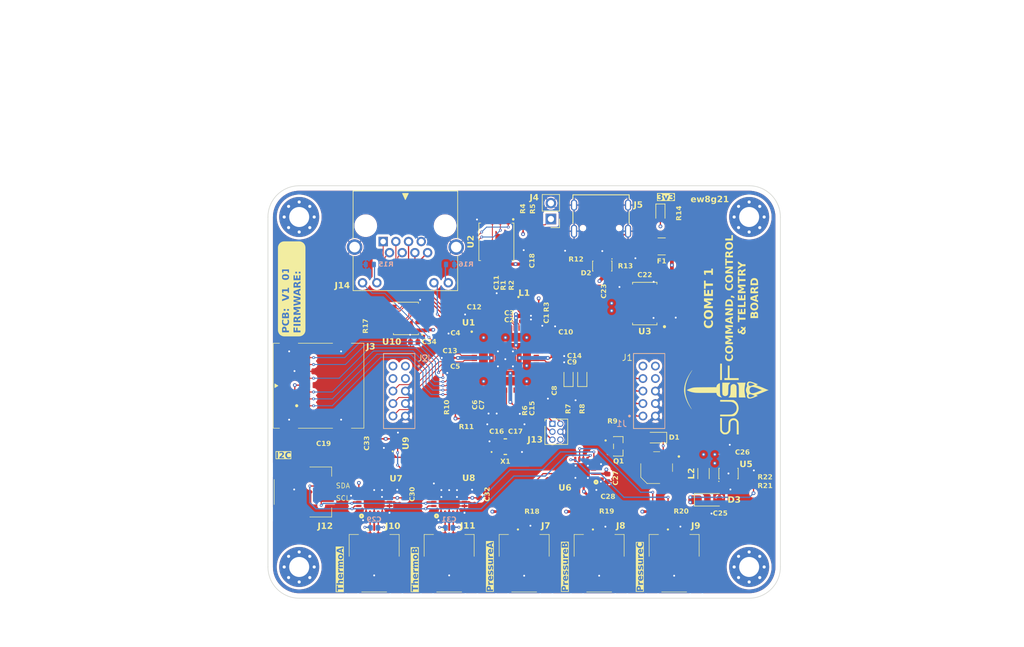
<source format=kicad_pcb>
(kicad_pcb (version 20241229) (generator "pcbnew") (generator_version "9.0")
  (title_block (title "${DOC_TYPE} Document") (date "2024-04-13") (rev "1.1") (company "${COMPANY}"))
  (layers (0 "F.Cu" signal "L1 (Sig, PWR)") (4 "In1.Cu" power "L2 (GND)") (6 "In2.Cu" power "L3 (PWR)") (2 "B.Cu" signal "L4 (Sig, PWR)") (13 "F.Paste" user) (15 "B.Paste" user) (5 "F.SilkS" user "F.Silkscreen") (7 "B.SilkS" user "B.Silkscreen") (1 "F.Mask" user) (3 "B.Mask" user) (25 "Edge.Cuts" user))
  (property "BOARD_NAME" "Command, Control & Telemetry Board")
  (property "COMPANY" "Southampton University Spaceflight Society")
  (property "DESIGNER" "Ethan Wilson - ew8g21")
  (property "DOC_TYPE" "Fabrication")
  (property "PROJECT_NAME" "SULRE - Comet 1")
  (property "RELEASE_DATE" "")
  (property "REVIEWER" "TBD")
  (property "REVISION" "V1")
  (property "VARIANT" "PRELIMINARY")
  (net 0 "")
  (net 1 "Net-(BUZ1--)")
  (net 2 "Net-(Q1-B)")
  (net 3 "/CCT Board Schematic/MCU & Peripherals/VREG_AVDD")
  (net 4 "+3V3")
  (net 5 "+1V1")
  (net 6 "/CCT Board Schematic/MCU & Peripherals/XIN")
  (net 7 "Net-(C17-Pad1)")
  (net 8 "+12V")
  (net 9 "/CCT Board Schematic/Sensors/Thermo_A-")
  (net 10 "/CCT Board Schematic/Sensors/Thermo_A+")
  (net 11 "/CCT Board Schematic/Sensors/Thermo_B-")
  (net 12 "/CCT Board Schematic/Sensors/Thermo_B+")
  (net 13 "VBUS")
  (net 14 "/CCT Board Schematic/Comms/D-")
  (net 15 "/CCT Board Schematic/Comms/D+")
  (net 16 "/CCT Board Schematic/Comms/USB_D-")
  (net 17 "/CCT Board Schematic/Comms/USB_D+")
  (net 18 "/CCT Board Schematic/Comms/VBUS_PF")
  (net 19 "/CCT Board Schematic/MCU & Peripherals/PYRO_ST1")
  (net 20 "/CCT Board Schematic/VBAT_sense")
  (net 21 "/CCT Board Schematic/MCU & Peripherals/PYRO_IN")
  (net 22 "/CCT Board Schematic/MCU & Peripherals/Servo2_PWM")
  (net 23 "/CCT Board Schematic/MCU & Peripherals/Servo3_PWM")
  (net 24 "/CCT Board Schematic/MCU & Peripherals/Servo1_PWM")
  (net 25 "/CCT Board Schematic/MCU & Peripherals/~{USB_BOOT}")
  (net 26 "/CCT Board Schematic/MCU & Peripherals/SD_DAT1")
  (net 27 "/CCT Board Schematic/MCU & Peripherals/SD_DAT3")
  (net 28 "/CCT Board Schematic/MCU & Peripherals/SD_CMD")
  (net 29 "/CCT Board Schematic/MCU & Peripherals/SD_DAT0")
  (net 30 "/CCT Board Schematic/MCU & Peripherals/SD_CLK")
  (net 31 "/CCT Board Schematic/MCU & Peripherals/SD_DAT2")
  (net 32 "/CCT Board Schematic/MCU & Peripherals/GPIO30")
  (net 33 "/CCT Board Schematic/MCU & Peripherals/RUN")
  (net 34 "/CCT Board Schematic/MCU & Peripherals/GPIO32")
  (net 35 "/CCT Board Schematic/MCU & Peripherals/GPIO31")
  (net 36 "/CCT Board Schematic/MCU & Peripherals/I2C_SCL")
  (net 37 "/CCT Board Schematic/MCU & Peripherals/I2C_SDA")
  (net 38 "/CCT Board Schematic/Sensors/PressureA-")
  (net 39 "/CCT Board Schematic/Sensors/PressureB-")
  (net 40 "/CCT Board Schematic/Sensors/PressureC-")
  (net 41 "/CCT Board Schematic/MCU & Peripherals/PYRO_ST2")
  (net 42 "/CCT Board Schematic/Comms/CC1")
  (net 43 "/CCT Board Schematic/Comms/CC2")
  (net 44 "/CCT Board Schematic/Comms/RS485_RX-")
  (net 45 "/CCT Board Schematic/Comms/RS485_TX+")
  (net 46 "Net-(LED1-K)")
  (net 47 "/CCT Board Schematic/Comms/ARM_SIGNAL")
  (net 48 "Net-(LED2-K)")
  (net 49 "/CCT Board Schematic/Comms/FILL_SIGNAL")
  (net 50 "/CCT Board Schematic/Comms/RS485_TX-")
  (net 52 "Net-(J14-Pad12)")
  (net 54 "/CCT Board Schematic/MCU & Peripherals/VREG_LX")
  (net 55 "/CCT Board Schematic/MCU & Peripherals/STATUS_LED_G")
  (net 57 "Net-(J14-Pad10)")
  (net 58 "/CCT Board Schematic/MCU & Peripherals/STATUS_LED_R")
  (net 83 "/CCT Board Schematic/Comms/RJ45_LED1")
  (net 91 "GND")
  (net 117 "/CCT Board Schematic/Comms/FIRE_SIGNAL")
  (net 118 "/CCT Board Schematic/MCU & Peripherals/USB_DP")
  (net 119 "/CCT Board Schematic/MCU & Peripherals/USB_DM")
  (net 120 "/CCT Board Schematic/Comms/RS485_RX+")
  (net 121 "/CCT Board Schematic/MCU & Peripherals/XOUT")
  (net 122 "/CCT Board Schematic/MCU & Peripherals/QSPI_CS")
  (net 123 "/CCT Board Schematic/MCU & Peripherals/QSPI_SD1")
  (net 124 "/CCT Board Schematic/MCU & Peripherals/QSPI_SD3")
  (net 125 "/CCT Board Schematic/MCU & Peripherals/QSPI_SD0")
  (net 126 "/CCT Board Schematic/Comms/RJ45_LED2")
  (net 127 "Net-(LED3-K)")
  (net 128 "/CCT Board Schematic/MCU & Peripherals/QSPI_SD2")
  (net 129 "/CCT Board Schematic/MCU & Peripherals/QSPI_SCLK")
  (net 130 "/CCT Board Schematic/Comms/RS485_TX")
  (net 131 "Net-(D3-A)")
  (net 134 "/CCT Board Schematic/Comms/RS485_RX")
  (net 136 "Net-(U5-FB)")
  (net 144 "/CCT Board Schematic/MCU & Peripherals/STATUS_BUZZER")
  (footprint "0_Capacitors:C_0402_1005_DensityMedium" (layer "F.Cu") (at 135.6 99.55)
    (property "Reference" "C13")
    (property "Value" "100nF" (hide yes))
  )
  (footprint "0_Capacitors:C_0402_1005_DensityMedium" (layer "F.Cu") (at 152.49 100.25)
    (property "Reference" "C9")
    (property "Value" "100nF" (hide yes))
  )
  (footprint "0_Resistors:R_0402_1005_DensityMedium" (layer "F.Cu") (at 144.685 108.055 -90)
    (property "Reference" "R6")
    (property "Value" "1kR" (hide yes))
  )
  (footprint "0_Capacitors:C_0603_1608_DensityHigh" (layer "F.Cu") (at 128.3 121.34 -90)
    (property "Reference" "C30")
    (property "Value" "100nF" (hide yes))
  )
  (footprint "0_Capacitors:C_0603_1608_DensityHigh" (layer "F.Cu") (at 160.85 118.74 -90)
    (property "Reference" "C27")
    (property "Value" "100nF" (hide yes))
  )
  (footprint "0_Capacitors:C_0402_1005_DensityMedium" (layer "F.Cu") (at 152.485 99.25 180)
    (property "Reference" "C14")
    (property "Value" "100nF" (hide yes))
  )
  (footprint "0_Resistors:R_0603_1608_DensityHigh" (layer "F.Cu") (at 145.5 90.6 -90)
    (property "Reference" "R2")
    (property "Value" "27R" (hide yes))
  )
  (footprint "0_MCU:RP2350B_80QFN" (layer "F.Cu") (at 144.485 99.75)
    (property "Reference" "U1")
    (property "Value" "RP2350B" (hide yes))
  )
  (footprint "0_Connectors:PinHeader_2x03_P1.27mm_Vertical" (layer "F.Cu") (at 152.02 110.09)
    (property "Reference" "J13")
    (property "Value" "Conn_02x03" (hide yes))
  )
  (footprint "0_Sensors:PAC1934T-I_JQ" (layer "F.Cu") (at 156.65 117.74 180)
    (property "Reference" "U6")
    (property "Value" "PAC1934" (hide yes))
  )
  (footprint "0_Sensors:SOIC-8_3.9x4.9mm_P1.27mm" (layer "F.Cu") (at 128.575 93.23 180)
    (property "Reference" "U10")
    (property "Value" "ISL83488" (hide yes))
  )
  (footprint "0_Passives:LED_0603_1608Metric" (layer "F.Cu") (at 154.6 102.65 90)
    (property "Reference" "LED1" (hide yes))
    (property "Value" "Green" (hide yes))
  )
  (footprint "0_Resistors:R_0402_1005_DensityMedium" (layer "F.Cu") (at 148.925 77.8 -90)
    (property "Reference" "R5")
    (property "Value" "1kR" (hide yes))
  )
  (footprint "LOGO" (layer "F.Cu") (at 179.9 105.8 90)
    (property "Reference" "G***" (hide yes))
    (property "Value" "LOGO" (hide yes))
  )
  (footprint "0_Connectors:502352_0201" (layer "F.Cu") (at 147.5 131.8)
    (property "Reference" "J7")
    (property "Value" "Molex_01x02" (hide yes))
  )
  (footprint "0_Connectors:Molex_472192001_uSD" (layer "F.Cu") (at 114.3 104 -90)
    (property "Reference" "J3")
    (property "Value" "Micro_SD_Card" (hide yes))
  )
  (footprint "0_Capacitors:C_0402_1005_DensityMedium" (layer "F.Cu") (at 143.11 110.17 180)
    (property "Reference" "C16")
    (property "Value" "15pF" (hide yes))
  )
  (footprint "0_Power:SOT-23-5" (layer "F.Cu") (at 180.2 118.05 90)
    (property "Reference" "U5")
    (property "Value" "LM27313" (hide yes))
  )
  (footprint "0_Resistors:R_0603_1608_DensityHigh" (layer "F.Cu") (at 147.325 77.975 -90)
    (property "Reference" "R4")
    (property "Value" "10kR" (hide yes))
  )
  (footprint "0_Mechanical:Fiducial_1mm_Mask2mm" (layer "F.Cu") (at 184 124.25)
    (property "Reference" "FID3" (hide yes))
    (property "Value" "Fiducial Marker" (hide yes))
  )
  (footprint "0_Mechanical:Fiducial_1mm_Mask2mm" (layer "F.Cu") (at 114 128.4)
    (property "Reference" "FID2" (hide yes))
    (property "Value" "Fiducial Marker" (hide yes))
  )
  (footprint "0_Power:Fuse_1210_3225Metric" (layer "F.Cu") (at 169.5 81.7 180)
    (property "Reference" "F1")
    (property "Value" "Fuse" (hide yes))
  )
  (footprint "0_Capacitors:C_0402_1005_DensityMedium" (layer "F.Cu") (at 145.885 108.05 90)
    (property "Reference" "C15")
    (property "Value" "4.7uF" (hide yes))
  )
  (footprint "0_Connectors:502352_0201" (layer "F.Cu") (at 123.5 131.8)
    (property "Reference" "J10")
    (property "Value" "Molex_01x02" (hide yes))
  )
  (footprint "0_Capacitors:C_0402_1005_DensityMedium" (layer "F.Cu") (at 143.1 90.6 90)
    (property "Reference" "C11")
    (property "Value" "100nF" (hide yes))
  )
  (footprint "0_Connectors:502352_0201" (layer "F.Cu") (at 112.7 121 -90)
    (property "Reference" "J12")
    (property "Value" "Molex_01x02" (hide yes))
  )
  (footprint "0_MCU:SOIC-8_5.3x5.3mm_P1.27mm" (layer "F.Cu") (at 143.05 80.95 -90)
    (property "Reference" "U2")
    (property "Value" "S25FL128" (hide yes))
  )
  (footprint "0_Capacitors:C_0402_1005_DensityMedium" (layer "F.Cu") (at 136.485 101.95 180)
    (property "Reference" "C5")
    (property "Value" "100nF" (hide yes))
  )
  (footprint "0_Resistors:R_0603_1608_DensityHigh" (layer "F.Cu") (at 155.8 82.4326)
    (property "Reference" "R12")
    (property "Value" "5.1kR" (hide yes))
  )
  (footprint "0_Capacitors:C_0603_1608_DensityHigh" (layer "F.Cu") (at 161.6 88.9 90)
    (property "Reference" "C23")
    (property "Value" "100nF" (hide yes))
  )
  (footprint "0_Resistors:R_0603_1608_DensityHigh" (layer "F.Cu") (at 170.9 76.4 90)
    (property "Reference" "R14")
    (property "Value" "51R" (hide yes))
  )
  (footprint "0_Resistors:R_0603_1608_DensityHigh" (layer "F.Cu") (at 156.8 105.65 90)
    (property "Reference" "R8")
    (property "Value" "51R" (hide yes))
  )
  (footprint "0_Resistors:R_1206_3216_DensityHigh_Large" (layer "F.Cu") (at 157.25 124.14)
    (property "Reference" "R19")
    (property "Value" "0.1R" (hide yes))
  )
  (footprint "0_Capacitors:C_0603_1608_DensityHigh" (layer "F.Cu") (at 158.45 121.74)
    (property "Reference" "C28")
    (property "Value" "100nF" (hide yes))
  )
  (footprint "0_Resistors:R_0603_1608_DensityHigh" (layer "F.Cu") (at 123.5 94.45 90)
    (property "Reference" "R17")
    (property "Value" "120R" (hide yes))
  )
  (footprint "0_Mechanical:MountingHole_3.2mm_M3_Pad_Via" (layer "F.Cu") (at 183.5 77)
    (property "Reference" "MH3" (hide yes))
    (property "Value" "M3_MountingHole_Pad" (hide yes))
  )
  (footprint "0_Capacitors:C_0402_1005_DensityMedium" (layer "F.Cu") (at 151.3 104.75 -90)
    (property "Reference" "C8")
    (property "Value" "100nF" (hide yes))
  )
  (footprint "0_Resistors:R_0603_1608_DensityHigh" (layer "F.Cu") (at 163.7 83.6)
    (property "Reference" "R13")
    (property "Value" "5.1kR" (hide yes))
  )
  (footprint "0_Connectors:PinHeader_1x02_P2.54mm_Vertical" (layer "F.Cu") (at 151.775 77.325 180)
    (property "Reference" "J4")
    (property "Value" "Pin_01x02" (hide yes))
  )
  (footprint "0_Resistors:R_0402_1005_DensityMedium" (layer "F.Cu") (at 161.6 111)
    (property "Reference" "R9")
    (property "Value" "1kR" (hide yes))
  )
  (footprint "0_Passives:D_SOD-323" (layer "F.Cu") (at 168.7 112.3 180)
    (property "Reference" "D1")
    (property "Value" "1N4148WS" (hide yes))
  )
  (footprint "0_Passives:LED_0603_1608Metric" (layer "F.Cu") (at 156.8 102.65 90)
    (property "Reference" "LED2" (hide yes))
    (property "Value" "Red" (hide yes))
  )
  (footprint "0_Power:SOT-223-3_TabPin2" (layer "F.Cu") (at 166.8 90.85 180)
    (property "Reference" "U3")
    (property "Value" "NCP1117_3.3" (hide yes))
  )
  (footprint "0_Capacitors:C_0402_1005_DensitySpaced" (layer "F.Cu") (at 147.485 93.7)
    (property "Reference" "C2")
    (property "Value" "4.7uF" (hide yes))
  )
  (footprint "0_Mechanical:MountingHole_3.2mm_M3_Pad_Via" (layer "F.Cu") (at 183.5 133)
    (property "Reference" "MH4" (hide yes))
    (property "Value" "M3_MountingHole_Pad" (hide yes))
  )
  (footprint "0_Resistors:R_0603_1608_DensityHigh" (layer "F.Cu") (at 144.2 90.6 -90)
    (property "Reference" "R1")
    (property "Value" "27R" (hide yes))
  )
  (footprint "0_Capacitors:C_0603_1608_DensityHigh" (layer "F.Cu") (at 129.9 97)
    (property "Reference" "C34")
    (property "Value" "100nF" (hide yes))
  )
  (footprint "0_Capacitors:C_0603_1608_DensityHigh" (layer "F.Cu") (at 112.9 113.3 180)
    (property "Reference" "C19")
    (property "Value" "100nF" (hide yes))
  )
  (footprint "0_Passives:BUZZER,5x5mm" (layer "F.Cu") (at 168.7 117.1 180)
    (property "Reference" "BUZ1" (hide yes))
    (property "Value" "~" (hide yes))
  )
  (footprint "0_Passives:D_SOD-123" (layer "F.Cu") (at 177.1 122.25)
    (property "Reference" "D3")
    (property "Value" "~" (hide yes))
  )
  (footprint "0_Resistors:R_1206_3216_DensityHigh_Large" (layer "F.Cu") (at 169.25 124.14)
    (property "Reference" "R20")
    (property "Value" "0.1R" (hide yes))
  )
  (footprint "0_Capacitors:C_0402_1005_DensityMedium" (layer "F.Cu") (at 143.1 107.05 -90)
    (property "Reference" "C7")
    (property "Value" "100nF" (hide yes))
  )
  (footprint "0_Capacitors:C_0402_1005_DensityHigh" (layer "F.Cu") (at 149.825 93.25 -90)
    (property "Reference" "C1")
    (property "Value" "4.7uF" (hide yes))
  )
  (footprint "0_Capacitors:C_0402_1005_DensitySpaced" (layer "F.Cu") (at 147.485 92.75)
    (property "Reference" "C3")
    (property "Value" "4.7uF" (hide yes))
  )
  (footprint "0_Passives:SOT-23-6" (layer "F.Cu") (at 160 84.85 -90)
    (property "Reference" "D2")
    (property "Value" "USBLC6-2SC6" (hide yes))
  )
  (footprint "0_Capacitors:C_0603_1608_DensityHigh" (layer "F.Cu") (at 147.425 83.975 -90)
    (property "Reference" "C18")
    (property "Value" "100nF" (hide yes))
  )
  (footprint "0_Mechanical:Fiducial_1mm_Mask2mm" (layer "F.Cu") (at 114 86.75)
    (property "Reference" "FID1" (hide yes))
    (property "Value" "Fiducial Marker" (hide yes))
  )
  (footprint "0_Capacitors:C_0603_1608_DensityHigh" (layer "F.Cu") (at 179.8 114.65)
    (property "Reference" "C26")
    (property "Value" "4.7uF" (hide yes))
  )
  (footprint "0_Resistors:R_1206_3216_DensityHigh_Large" (layer "F.Cu") (at 145.325 124.14)
    (property "Reference" "R18")
    (property "Value" "0.1R" (hide yes))
  )
  (footprint "0_Resistors:R_0603_1608_DensityHigh" (layer "F.Cu") (at 138.25 109.25 180)
    (property "Reference" "R11")
    (property "Value" "4.7kR" (hide yes))
  )
  (footprint "0_Connectors:RJ45_56L-88112011" (layer "F.Cu") (at 124.936 80.925 180)
    (property "Reference" "J14")
    (property "Value" "RJ45_LED_Shielded" (hide yes))
  )
  (footprint "0_Resistors:R_0603_1608_DensityHigh" (layer "F.Cu") (at 154.6 105.65 90)
    (property "Reference" "R7")
    (property "Value" "51R" (hide yes))
  )
  (footprint "0_Sensors:MCP9600L00" (layer "F.Cu") (at 135.5 121.94 90)
    (property "Reference" "U8")
    (property "Value" "MCP96R00" (hide yes))
  )
  (footprint "0_Passives:L_1206_3216Metric" (layer "F.Cu") (at 176.2 118.05 90)
    (property "Reference" "L2")
    (property "Value" "12uH" (hide yes))
  )
  (footprint "0_Sensors:STS4LAD1BR3" (layer "F.Cu") (at 126.85 113.2 90)
    (property "Reference" "U9")
    (property "Value" "STS4L" (hide yes))
  )
  (footprint "0_Resistors:R_0603_1608_DensityHigh" (layer "F.Cu") (at 136.5 107.45 90)
    (property "Reference" "R10")
    (property "Value" "4.7kR" (hide yes))
  )
  (footprint "0_Passives:LED_0603_1608Metric" (layer "F.Cu") (at 169.3 76.4 -90)
    (property "Reference" "LED3" (hide yes))
    (property "Value" "Red" (hide yes))
  )
  (footprint "0_Capacitors:C_0603_1608_DensityHigh" (layer "F.Cu") (at 169.4 86.3)
    (property "Reference" "C22")
    (property "Value" "100nF" (hide yes))
  )
  (footprint "0_Capacitors:C_0402_1005_DensityMedium" (layer "F.Cu") (at 139.5 92.6 180)
    (property "Reference" "C12")
    (property "Value" "100nF" (hide yes))
  )
  (footprint "0_Connectors:502352_0201" (layer "F.Cu") (at 135.5 131.8)
    (property "Reference" "J11")
    (property "Value" "Molex_01x02" (hide yes))
  )
  (footprint "0_MCU:L_AOTA_B20_2016" (layer "F.Cu") (at 147.485 91.1)
    (property "Reference" "L1")
    (property "Value" "3.3uH" (hide yes))
  )
  (footprint "0_Capacitors:C_0603_1608_DensityHigh" (layer "F.Cu") (at 175.9 124.45 180)
    (property "Reference" "C25")
    (property "Value" "4.7uF" (hide yes))
  )
  (footprint "0_Connectors:502352_0201" (layer "F.Cu") (at 171.5 131.8)
    (property "Reference" "J9")
    (property "Value" "Molex_01x02" (hide yes))
  )
  (footprint "0_MCU:ABM8272T3" (layer "F.Cu") (at 144.485 113.75)
    (property "Reference" "X1")
    (property "Value" "ABM8-272-T3" (hide yes))
  )
  (footprint "0_Passives:SOT-23" (layer "F.Cu") (at 162.5625 113.7)
    (property "Reference" "Q1")
    (property "Value" "MMBT5551" (hide yes))
  )
  (footprint "0_Resistors:R_0402_1005_DensityHigh" (layer "F.Cu") (at 149.825 91.4 90)
    (property "Reference" "R3")
    (property "Value" "33R" (hide yes))
  )
  (footprint "0_Resistors:R_0603_1608_DensityHigh" (layer "F.Cu") (at 183.6 120.05)
    (property "Reference" "R21")
    (property "Value" "120kR" (hide yes))
  )
  (footprint "0_Resistors:R_0603_1608_DensityHigh" (layer "F.Cu") (at 183.6 118.65 180)
    (property "Reference" "R22")
    (property "Value" "13kR" (hide yes))
  )
  (footprint "0_Connectors:502352_0201" (layer "F.Cu") (at 159.5 131.8)
    (property "Reference" "J8")
    (property "Value" "Molex_01x02" (hide yes))
  )
  (footprint "0_Sensors:MCP9600L00" (layer "F.Cu") (at 123.5 121.94 90)
    (property "Reference" "U7")
    (property "Value" "MCP96R00" (hide yes))
  )
  (footprint "0_Capacitors:C_0603_1608_DensityHigh" (layer "F.Cu") (at 123.7 113.2 -90)
    (property "Reference" "C33")
    (property "Value" "100nF" (hide yes))
  )
  (footprint "0_Mechanical:MountingHole_3.2mm_M3_Pad_Via" (layer "F.Cu") (at 111.5 133)
    (property "Reference" "MH2" (hide yes))
    (property "Value" "M3_MountingHole_Pad" (hide yes))
  )
  (footprint "0_Connectors:USB4105_GCT" (layer "F.Cu") (at 159.8 76.45 180)
    (property "Reference" "J5")
    (property "Value" "USBC_Conn" (hide yes))
  )
  (footprint "0_Mechanical:MountingHole_3.2mm_M3_Pad_Via" (layer "F.Cu") (at 111.5 77)
    (property "Reference" "MH1" (hide yes))
    (property "Value" "M3_MountingHole_Pad" (hide yes))
  )
  (footprint "0_Capacitors:C_0603_1608_DensityHigh" (layer "F.Cu") (at 140.3 121.34 -90)
    (property "Reference" "C32")
    (property "Value" "100nF" (hide yes))
  )
  (footprint "0_Capacitors:C_0402_1005_DensityMedium" (layer "F.Cu") (at 141.8 107.05 -90)
    (property "Reference" "C6")
    (property "Value" "100nF" (hide yes))
  )
  (footprint "0_Capacitors:C_0402_1005_DensityMedium" (layer "F.Cu") (at 146.08 110.17)
    (property "Reference" "C17")
    (property "Value" "15pF" (hide yes))
  )
  (footprint "0_Capacitors:C_0402_1005_DensityMedium" (layer "F.Cu") (at 151.985 95.45)
    (property "Reference" "C10")
    (property "Value" "100nF" (hide yes))
  )
  (footprint "0_Capacitors:C_0402_1005_DensityMedium" (layer "F.Cu") (at 136 96.6 180)
    (property "Reference" "C4")
    (property "Value" "100nF" (hide yes))
  )
  (footprint "0_Capacitors:C_0603_1608_DensityHigh" (layer "B.Cu") (at 123.5 126.74 180)
    (property "Reference" "C29")
    (property "Value" "100nF" (hide yes))
  )
  (footprint "0_Connectors:DF11-10DS-2DSA" (layer "B.Cu") (at 128.5 100.85 -90)
    (property "Reference" "J2")
    (property "Value" "DF11-10DS-2DSA" (hide yes))
  )
  (footprint "0_Resistors:R_0603_1608_DensityHigh" (layer "B.Cu") (at 122.8 84.6 180)
    (property "Reference" "R15")
    (property "Value" "220R" (hide yes))
  )
  (footprint "0_Resistors:R_0603_1608_DensityHigh" (layer "B.Cu") (at 135.65 84.6 180)
    (property "Reference" "R16")
    (property "Value" "220R" (hide yes))
  )
  (footprint "0_Connectors:DF11-10DS-2DSA" (layer "B.Cu") (at 166.5 108.85 90)
    (property "Reference" "J1")
    (property "Value" "DF11-10DS-2DSA" (hide yes))
  )
  (footprint "0_Capacitors:C_0603_1608_DensityHigh" (layer "B.Cu") (at 135.5 126.74 180)
    (property "Reference" "C31")
    (property "Value" "100nF" (hide yes))
  )
  (gr_circle (center 122.5 127) (end 122.6 127) (stroke (width 0.15)) (fill yes) (layer "F.SilkS"))
  (gr_circle (center 158.5 127) (end 158.6 127) (stroke (width 0.15)) (fill yes) (layer "F.SilkS"))
  (gr_circle (center 146.5 127) (end 146.6 127) (stroke (width 0.15)) (fill yes) (layer "F.SilkS"))
  (gr_circle (center 134.5 127) (end 134.6 127) (stroke (width 0.15)) (fill yes) (layer "F.SilkS"))
  (gr_circle (center 170.5 127) (end 170.6 127) (stroke (width 0.15)) (fill yes) (layer "F.SilkS"))
  (gr_arc (start 111.5 138) (mid 107.964466 136.535534) (end 106.5 133) (stroke (width 0.1)) (layer "Edge.Cuts"))
  (gr_line (start 111.5 72) (end 183.5 72) (stroke (width 0.1)) (layer "Edge.Cuts"))
  (gr_arc (start 183.5 72) (mid 187.035534 73.464466) (end 188.5 77) (stroke (width 0.1)) (layer "Edge.Cuts"))
  (gr_arc (start 188.5 133) (mid 187.035534 136.535534) (end 183.5 138) (stroke (width 0.1)) (layer "Edge.Cuts"))
  (gr_line (start 106.5 133) (end 106.5 77) (stroke (width 0.1)) (layer "Edge.Cuts"))
  (gr_line (start 188.5 77) (end 188.5 133) (stroke (width 0.1)) (layer "Edge.Cuts"))
  (gr_line (start 111.5 138) (end 183.5 138) (stroke (width 0.1)) (layer "Edge.Cuts"))
  (gr_arc (start 106.5 77) (mid 107.964466 73.464466) (end 111.5 72) (stroke (width 0.1)) (layer "Edge.Cuts"))
  (gr_text "PCB:  V1  01/26\nFIRMWARE:" (at 111.9 95.6 90) (layer "F.SilkS" knockout) (effects (font (size 1.1 1.1) (thickness 0.2) (bold yes)) (justify left bottom)))
  (gr_text "I2C" (at 107.7 115.2 0) (layer "F.SilkS" knockout) (effects (font (size 1 1)) (justify left)))
  (gr_text "3v3" (at 170.2 73.9 0) (layer "F.SilkS" knockout) (effects (font (size 1 1))))
  (gr_text "ThermoB" (at 130.1 136.92 90) (layer "F.SilkS" knockout) (effects (font (size 1 1)) (justify left)))
  (gr_text "J1" (at 164 99.5 0) (layer "F.SilkS") (effects (font (size 1 1) (thickness 0.125))))
  (gr_text "PressureA" (at 142.1 137 90) (layer "F.SilkS" knockout) (effects (font (size 1 1)) (justify left)))
  (gr_text "ew8g21\n" (at 177.2 74.8 0) (layer "F.SilkS") (effects (font (size 1 1)) (justify bottom)))
  (gr_text "PressureC" (at 166.1 137 90) (layer "F.SilkS" knockout) (effects (font (size 1 1)) (justify left)))
  (gr_text "SCL" (at 118.5 122 0) (layer "F.SilkS") (effects (font (size 0.8 0.8) (thickness 0.1) (bold yes))))
  (gr_text "PressureB" (at 154.1 137 90) (layer "F.SilkS" knockout) (effects (font (size 1 1)) (justify left)))
  (gr_text "COMMAND, CONTROL\n& TELEMTRY\nBOARD" (at 179.7 90 90) (layer "F.SilkS") (effects (font (size 1.2 1.2) (thickness 0.2)) (justify top)))
  (gr_text "COMET 1" (at 176.3 90 90) (layer "F.SilkS") (effects (font (size 1.4 1.4) (thickness 0.25)) (justify top)))
  (gr_text "J2" (at 131.3 99.6 0) (layer "F.SilkS") (effects (font (size 1 1) (thickness 0.125))))
  (gr_text "SDA" (at 118.5 120 0) (layer "F.SilkS") (effects (font (size 0.8 0.8) (thickness 0.1) (bold yes))))
  (gr_text "ThermoA" (at 118.1 136.92 90) (layer "F.SilkS" knockout) (effects (font (size 1 1)) (justify left)))
  (segment (start 167.65 112.3) (end 167.65 114.75) (width 0.2) (layer "F.Cu") (net 1))
  (segment (start 167.65 114.75) (end 167.7 114.8) (width 0.2) (layer "F.Cu") (net 1))
  (segment (start 164.9 113.7) (end 166.55 115.35) (width 0.2) (layer "F.Cu") (net 1))
  (segment (start 163.5 113.7) (end 164.9 113.7) (width 0.2) (layer "F.Cu") (net 1))
  (segment (start 162.05 111) (end 162.05 112.65) (width 0.2) (layer "F.Cu") (net 2))
  (segment (start 149.25 93.375) (end 149.25 93.735) (width 0.15) (layer "F.Cu") (net 3))
  (segment (start 148.285 94.8535) (end 148.285 94.75) (width 0.2) (layer "F.Cu") (net 3))
  (segment (start 149.25 93.735) (end 148.285 94.7) (width 0.15) (layer "F.Cu") (net 3))
  (segment (start 149.775 92.85) (end 149.25 93.375) (width 0.15) (layer "F.Cu") (net 3))
  (segment (start 149.825 92.85) (end 149.825 91.8) (width 0.2) (layer "F.Cu") (net 3))
  (segment (start 149.825 92.85) (end 149.775 92.85) (width 0.15) (layer "F.Cu") (net 3))
  (segment (start 147.085 94.8) (end 147.085 95.65) (width 0.2) (layer "F.Cu") (net 4))
  (segment (start 144.955 84.5375) (end 146.125 84.5375) (width 0.5) (layer "F.Cu") (net 4))
  (segment (start 157.6 119.715) (end 157.025 119.715) (width 0.35) (layer "F.Cu") (net 4))
  (segment (start 150.185 96.35) (end 149.435 96.35) (width 0.2) (layer "F.Cu") (net 4))
  (segment (start 145.485 94.8) (end 145.485 94.439644) (width 0.2) (layer "F.Cu") (net 4))
  (segment (start 136.965 101.95) (end 138.085 101.95) (width 0.2) (layer "F.Cu") (net 4))
  (segment (start 151.085 95.45) (end 150.185 96.35) (width 0.2) (layer "F.Cu") (net 4))
  (segment (start 149.435 96.35) (end 148.55 96.35) (width 0.2) (layer "F.Cu") (net 4))
  (segment (start 121.05 120.64) (end 121.05 119.54) (width 0.2) (layer "F.Cu") (net 4))
  (segment (start 149.825 91) (end 149.825 90) (width 0.2) (layer "F.Cu") (net 4))
  (segment (start 110.8 103.9) (end 110.8 108.4) (width 0.2) (layer "F.Cu") (net 4))
  (segment (start 140.9375 93.05) (end 140.9375 93.048666) (width 0.15) (layer "F.Cu") (net 4))
  (segment (start 149.435 103.55) (end 150.185 104.3) (width 0.2) (layer "F.Cu") (net 4))
  (segment (start 136.5 109.25) (end 137.3 109.25) (width 0.2) (layer "F.Cu") (net 4))
  (segment (start 128.25 121.94) (end 128.35 121.84) (width 0.2) (layer "F.Cu") (net 4))
  (segment (start 142.285 94.3975) (end 140.9375 93.05) (width 0.15) (layer "F.Cu") (net 4))
  (segment (start 169.75 114.75) (end 169.7 114.8) (width 0.2) (layer "F.Cu") (net 4))
  (segment (start 143.885 104.7) (end 143.885 103.85) (width 0.2) (layer "F.Cu") (net 4))
  (segment (start 150.185 104.3) (end 151.3 104.3) (width 0.2) (layer "F.Cu") (net 4))
  (segment (start 136.45 96.6) (end 137.05 96.6) (width 0.2) (layer "F.Cu") (net 4))
  (segment (start 145.485 94.439644) (end 145.085 94.039644) (width 0.2) (layer "F.Cu") (net 4))
  (segment (start 112.5 103.905) (end 110.805 103.905) (width 0.2) (layer "F.Cu") (net 4))
  (segment (start 150.785 99.95) (end 151.085 100.25) (width 0.2) (layer "F.Cu") (net 4))
  (segment (start 146.125 84.5375) (end 147.3625 84.5375) (width 0.5) (layer "F.Cu") (net 4))
  (segment (start 138.085 101.95) (end 138.485 101.55) (width 0.2) (layer "F.Cu") (net 4))
  (segment (start 147.3625 84.5375) (end 147.425 84.6) (width 0.5) (layer "F.Cu") (net 4))
  (segment (start 157.05 120.915) (end 157.9 121.765) (width 0.35) (layer "F.Cu") (net 4))
  (segment (start 142.285 94.8) (end 142.285 94.3975) (width 0.15) (layer "F.Cu") (net 4))
  (segment (start 143.885 104.7) (end 143.885 105.815) (width 0.2) (layer "F.Cu") (net 4))
  (segment (start 145.485 94.475) (end 145.485 94.8) (width 0.15) (layer "F.Cu") (net 4))
  (segment (start 158.65 118.09) (end 160.625 118.09) (width 0.35) (layer "F.Cu") (net 4))
  (segment (start 160.65 117.765) (end 160.35 118.065) (width 0.4) (layer "F.Cu") (net 4))
  (segment (start 149.435 99.95) (end 150.785 99.95) (width 0.2) (layer "F.Cu") (net 4))
  (segment (start 169.3 77.19) (end 169.3 78.5) (width 0.2) (layer "F.Cu") (net 4))
  (segment (start 169.75 113.6) (end 169.75 114.75) (width 0.2) (layer "F.Cu") (net 4))
  (segment (start 112.3 109.9) (end 112.3 113.3) (width 0.2) (layer "F.Cu") (net 4))
  (segment (start 151.085 100.25) (end 152.01 100.25) (width 0.2) (layer "F.Cu") (net 4))
  (segment (start 125.35 112.5) (end 123.8 112.5) (width 0.2) (layer "F.Cu") (net 4))
  (segment (start 181.15 116.85) (end 179.25 116.85) (width 0.2) (layer "F.Cu") (net 4))
  (segment (start 140.25 121.94) (end 140.35 121.84) (width 0.2) (layer "F.Cu") (net 4))
  (segment (start 138.485 101.55) (end 139.875 101.55) (width 0.2) (layer "F.Cu") (net 4))
  (segment (start 149.435 99.95) (end 148.4 99.95) (width 0.2) (layer "F.Cu") (net 4))
  (segment (start 149.435 95.95) (end 149.435 96.35) (width 0.2) (layer "F.Cu") (net 4))
  (segment (start 138 97.55) (end 139.535 97.55) (width 0.2) (layer "F.Cu") (net 4))
  (segment (start 157.025 120.89) (end 157.05 120.915) (width 0.35) (layer "F.Cu") (net 4))
  (segment (start 141.885 104.7) (end 141.885 103.815) (width 0.2) (layer "F.Cu") (net 4))
  (segment (start 139.2 121.94) (end 140.25 121.94) (width 0.2) (layer "F.Cu") (net 4))
  (segment (start 126.45 112.5) (end 125.35 112.5) (width 0.2) (layer "F.Cu") (net 4))
  (segment (start 110.805 103.905) (end 110.8 103.9) (width 0.2) (layer "F.Cu") (net 4))
  (segment (start 143.1 92.054644) (end 143.1 91.05) (width 0.2) (layer "F.Cu") (net 4))
  (segment (start 140.9375 93.048666) (end 140.488834 92.6) (width 0.15) (layer "F.Cu") (net 4))
  (segment (start 141.885 104.7) (end 141.885 106.565) (width 0.2) (layer "F.Cu") (net 4))
  (segment (start 139.535 97.55) (end 140.4 97.55) (width 0.2) (layer "F.Cu") (net 4))
  (segment (start 157.025 119.715) (end 157.025 120.89) (width 0.35) (layer "F.Cu") (net 4))
  (segment (start 145.485 94.8) (end 145.485 95.65) (width 0.2) (layer "F.Cu") (net 4))
  (segment (start 169.95 90.85) (end 163.65 90.85) (width 1) (layer "F.Cu") (net 4))
  (segment (start 110.8 108.4) (end 112.3 109.9) (width 0.2) (layer "F.Cu") (net 4))
  (segment (start 137.95 121.94) (end 139.2 121.94) (width 0.2) (layer "F.Cu") (net 4))
  (segment (start 140.488834 92.6) (end 139.95 92.6) (width 0.15) (layer "F.Cu") (net 4))
  (segment (start 147.325 78.625) (end 147.325 79.75) (width 0.2) (layer "F.Cu") (net 4))
  (segment (start 145.085 94.8) (end 145.085 95.65) (width 0.2) (layer "F.Cu") (net 4))
  (segment (start 142.285 94.8) (end 142.285 95.65) (width 0.2) (layer "F.Cu") (net 4))
  (segment (start 130.45 95.25) (end 130.45 97) (width 0.2) (layer "F.Cu") (net 4))
  (segment (start 147.085 94.8) (end 147.085 93.795) (width 0.2) (layer "F.Cu") (net 4))
  (segment (start 145.085 94.8) (end 145.085 94.039644) (width 0.2) (layer "F.Cu") (net 4))
  (segment (start 136.5 109.25) (end 136.5 108.45) (width 0.2) (layer "F.Cu") (net 4))
  (segment (start 131.075 95.055) (end 132.945 95.055) (width 0.4) (layer "F.Cu") (net 4))
  (segment (start 139.535 101.55) (end 140.385 101.55) (width 0.2) (layer "F.Cu") (net 4))
  (segment (start 125.95 121.94) (end 127.2 121.94) (width 0.2) (layer "F.Cu") (net 4))
  (segment (start 160.65 117.4) (end 160.65 117.765) (width 0.4) (layer "F.Cu") (net 4))
  (segment (start 137.05 96.6) (end 138 97.55) (width 0.2) (layer "F.Cu") (net 4))
  (segment (start 143.885 105.815) (end 143.1 106.6) (width 0.2) (layer "F.Cu") (net 4))
  (segment (start 169.75 112.3) (end 169.75 113.6) (width 0.2) (layer "F.Cu") (net 4))
  (segment (start 149.435 95.95) (end 148.85 95.95) (width 0.2) (layer "F.Cu") (net 4))
  (segment (start 123.8 112.5) (end 123.7 112.6) (width 0.2) (layer "F.Cu") (net 4))
  (segment (start 151.505 95.445) (end 151.5 95.45) (width 0.2) (layer "F.Cu") (net 4))
  (segment (start 127.2 121.94) (end 128.25 121.94) (width 0.2) (layer "F.Cu") (net 4))
  (segment (start 151.5 95.45) (end 151.085 95.45) (width 0.2) (layer "F.Cu") (net 4))
  (segment (start 145.085 94.039644) (end 143.1 92.054644) (width 0.2) (layer "F.Cu") (net 4))
  (via (at 178 116.4) (size 0.6) (drill 0.3) (layers "F.Cu" "B.Cu") (net 4))
  (via (at 125.35 112.5) (size 0.6) (drill 0.3) (layers "F.Cu" "B.Cu") (net 4))
  (via (at 169.75 113.6) (size 0.45) (drill 0.2) (layers "F.Cu" "B.Cu") (net 4))
  (via (at 127.2 121.94) (size 0.6) (drill 0.3) (layers "F.Cu" "B.Cu") (net 4))
  (via (at 161.5 92) (size 0.6) (drill 0.3) (layers "F.Cu" "B.Cu") (net 4))
  (via (at 147.325 79.75) (size 0.6) (drill 0.3) (layers "F.Cu" "B.Cu") (net 4))
  (via (at 139.2 121.94) (size 0.6) (drill 0.3) (layers "F.Cu" "B.Cu") (net 4))
  (via (at 178 115) (size 0.6) (drill 0.3) (layers "F.Cu" "B.Cu") (net 4))
  (via (at 160.65 117.4) (size 0.6) (drill 0.3) (layers "F.Cu" "B.Cu") (net 4))
  (via (at 146.125 84.5375) (size 0.6) (drill 0.3) (layers "F.Cu" "B.Cu") (net 4))
  (via (at 147.9 100.8) (size 0.6) (drill 0.3) (layers "F.Cu" "B.Cu") (net 4))
  (via (at 144.5 96.3) (size 0.6) (drill 0.3) (layers "F.Cu" "B.Cu") (net 4))
  (via (at 169.3 78.5) (size 0.6) (drill 0.3) (layers "F.Cu" "B.Cu") (net 4))
  (via (at 147.9 96.3) (size 0.6) (drill 0.3) (layers "F.Cu" "B.Cu") (net 4))
  (via (at 110.8 103.9) (size 0.6) (drill 0.3) (layers "F.Cu" "B.Cu") (net 4))
  (via (at 141 96.3) (size 0.6) (drill 0.3) (layers "F.Cu" "B.Cu") (net 4))
  (via (at 141 103.3) (size 0.6) (drill 0.3) (layers "F.Cu" "B.Cu") (net 4))
  (via (at 136.5 109.25) (size 0.6) (drill 0.3) (layers "F.Cu" "B.Cu") (net 4))
  (via (at 176.2 115) (size 0.6) (drill 0.3) (layers "F.Cu" "B.Cu") (net 4))
  (via (at 147.9 103.3) (size 0.6) (drill 0.3) (layers "F.Cu" "B.Cu") (net 4))
  (via (at 132.95 95.05) (size 0.6) (drill 0.3) (layers "F.Cu" "B.Cu") (net 4))
  (via (at 157.05 120.915) (size 0.6) (drill 0.3) (layers "F.Cu" "B.Cu") (net 4))
  (via (at 149.825 90) (size 0.6) (drill 0.3) (layers "F.Cu" "B.Cu") (net 4))
  (via (at 121.05 119.54) (size 0.6) (drill 0.3) (layers "F.Cu" "B.Cu") (net 4))
  (via (at 161.5 90.8) (size 0.6) (drill 0.3) (layers "F.Cu" "B.Cu") (net 4))
  (segment (start 146.385 93.885) (end 146.385 92.75) (width 0.15) (layer "F.Cu") (net 5))
  (segment (start 146.385 92.75) (end 146.185 92.55) (width 0.15) (layer "F.Cu") (net 5))
  (segment (start 151.705 99.55) (end 152.005 99.25) (width 0.2) (layer "F.Cu") (net 5))
  (segment (start 136.915 99.55) (end 139.5885 99.55) (width 0.2) (layer "F.Cu") (net 5))
  (segment (start 145.285 106.6) (end 145.085 106.4) (width 0.15) (layer "F.Cu") (net 5))
  (segment (start 149.435 99.55) (end 151.285 99.55) (width 0.2) (layer "F.Cu") (net 5))
  (segment (start 145.285 106.6) (end 145.885 107.2) (width 0.15) (layer "F.Cu") (net 5))
  (segment (start 145.085 106.4) (end 145.085 104.6465) (width 0.15) (layer "F.Cu") (net 5))
  (segment (start 145.885 107.2) (end 145.885 107.57) (width 0.15) (layer "F.Cu") (net 5))
  (segment (start 136.08 99.55) (end 136.915 99.55) (width 0.2) (layer "F.Cu") (net 5))
  (segment (start 146.685 94.8535) (end 146.66 94.8285) (width 0.15) (layer "F.Cu") (net 5))
  (segment (start 146.66 94.8285) (end 146.66 94.16) (width 0.15) (layer "F.Cu") (net 5))
  (segment (start 146.66 94.16) (end 146.385 93.885) (width 0.15) (layer "F.Cu") (net 5))
  (segment (start 151.285 99.55) (end 151.705 99.55) (width 0.2) (layer "F.Cu") (net 5))
  (via (at 146.185 97.5) (size 0.6) (drill 0.3) (layers "F.Cu" "B.Cu") (net 5))
  (via (at 146.185 92.55) (size 0.6) (drill 0.3) (layers "F.Cu" "B.Cu") (net 5))
  (via (at 146.185 93.15) (size 0.6) (drill 0.3) (layers "F.Cu" "B.Cu") (net 5))
  (via (at 151.285 99.55) (size 0.6) (drill 0.3) (layers "F.Cu" "B.Cu") (net 5))
  (via (at 146.75 99.55) (size 0.6) (drill 0.3) (layers "F.Cu" "B.Cu") (net 5))
  (via (at 136.915 99.55) (size 0.6) (drill 0.3) (layers "F.Cu" "B.Cu") (net 5))
  (via (at 145.285 106.6) (size 0.6) (drill 0.3) (layers "F.Cu" "B.Cu") (net 5))
  (via (at 142.25 99.55) (size 0.6) (drill 0.3) (layers "F.Cu" "B.Cu") (net 5))
  (via (at 145.285 102) (size 0.6) (drill 0.3) (layers "F.Cu" "B.Cu") (net 5))
  (segment (start 146.75 99.55) (end 151.285 99.55) (width 0.6) (layer "B.Cu") (net 5))
  (segment (start 145.285 102) (end 145.285 106.6) (width 0.6) (layer "B.Cu") (net 5))
  (segment (start 142.25 99.55) (end 136.915 99.55) (width 0.6) (layer "B.Cu") (net 5))
  (segment (start 146.185 92.55) (end 146.185 97.5) (width 0.6) (layer "B.Cu") (net 5))
  (segment (start 144 109.76) (end 143.59 110.17) (width 0.15) (layer "F.Cu") (net 6))
  (segment (start 144.285 106.915) (end 144 107.2) (width 0.15) (layer "F.Cu") (net 6))
  (segment (start 143.56 114.6) (end 143.385 114.6) (width 0.15) (layer "F.Cu") (net 6))
  (segment (start 144.485 111.06) (end 144.485 113.675) (width 0.15) (layer "F.Cu") (net 6))
  (segment (start 144 107.2) (end 144 109.76) (width 0.15) (layer "F.Cu") (net 6))
  (segment (start 144.285 104.6465) (end 144.285 106.915) (width 0.15) (layer "F.Cu") (net 6))
  (segment (start 144.485 113.675) (end 143.56 114.6) (width 0.15) (layer "F.Cu") (net 6))
  (segment (start 143.485 110.06) (end 144.485 111.06) (width 0.15) (layer "F.Cu") (net 6))
  (segment (start 145.3975 110.17) (end 144.885 110.6825) (width 0.15) (layer "F.Cu") (net 7))
  (segment (start 144.885 112.2) (end 145.585 112.9) (width 0.15) (layer "F.Cu") (net 7))
  (segment (start 144.685 108.535) (end 144.685 109.255) (width 0.15) (layer "F.Cu") (net 7))
  (segment (start 145.595 110.17) (end 145.3975 110.17) (width 0.15) (layer "F.Cu") (net 7))
  (segment (start 144.685 109.255) (end 145.6 110.17) (width 0.15) (layer "F.Cu") (net 7))
  (segment (start 144.885 110.6825) (end 144.885 112.2) (width 0.15) (layer "F.Cu") (net 7))
  (segment (start 144.425 124.125) (end 144.475 124.125) (width 0.2) (layer "F.Cu") (net 8))
  (segment (start 166.4 124.14) (end 168.075 124.14) (width 0.4) (layer "F.Cu") (net 8))
  (segment (start 175.3625 124.2375) (end 175.3625 122.6) (width 0.2) (layer "F.Cu") (net 8))
  (segment (start 184.2 121.2) (end 184.2 120.1) (width 0.2) (layer "F.Cu") (net 8))
  (segment (start 154.2 124.14) (end 156.075 124.14) (width 0.4) (layer "F.Cu") (net 8))
  (segment (start 156.075 124.165) (end 155.725 123.815) (width 0.2) (layer "F.Cu") (net 8))
  (segment (start 155.725 123.815) (end 155.725 119.715) (width 0.2) (layer "F.Cu") (net 8))
  (segment (start 144.075 124.165) (end 144.475 124.165) (width 0.2) (layer "F.Cu") (net 8))
  (segment (start 144.475 124.125) (end 150.535 118.065) (width 0.2) (layer "F.Cu") (net 8))
  (segment (start 150.535 118.065) (end 154.7 118.065) (width 0.2) (layer "F.Cu") (net 8))
  (segment (start 168.075 124.165) (end 168.075 121.04) (width 0.2) (layer "F.Cu") (net 8))
  (segment (start 156.375 114.065) (end 156.375 115.815) (width 0.2) (layer "F.Cu") (net 8))
  (segment (start 142.4 124.14) (end 144.075 124.14) (width 0.4) (layer "F.Cu") (net 8))
  (segment (start 184.2 120.1) (end 184.25 120.05) (width 0.2) (layer "F.Cu") (net 8))
  (via (at 184.2 121.2) (size 0.6) (drill 0.3) (layers "F.Cu" "B.Cu") (net 8))
  (via (at 166.4 124.14) (size 0.6) (drill 0.3) (layers "F.Cu" "B.Cu") (net 8))
  (via (at 156.375 114.065) (size 0.45) (drill 0.2) (layers "F.Cu" "B.Cu") (net 8))
  (via (at 154.2 124.14) (size 0.6) (drill 0.3) (layers "F.Cu" "B.Cu") (net 8))
  (via (at 174.075803 122.65) (size 0.6) (drill 0.3) (layers "F.Cu" "B.Cu") (net 8))
  (via (at 142.4 124.14) (size 0.6) (drill 0.3) (layers "F.Cu" "B.Cu") (net 8))
  (via (at 174.075803 121.85) (size 0.6) (drill 0.3) (layers "F.Cu" "B.Cu") (net 8))
  (via (at 168.075 121.04) (size 0.45) (drill 0.2) (layers "F.Cu" "B.Cu") (net 8))
  (segment (start 182.575 121.85) (end 174.075803 121.85) (width 0.2) (layer "B.Cu") (net 8))
  (segment (start 166.14 121.04) (end 168.075 121.04) (width 0.2) (layer "B.Cu") (net 8))
  (segment (start 183.55 121.85) (end 184.2 121.2) (width 0.2) (layer "B.Cu") (net 8))
  (segment (start 182.575 121.85) (end 183.55 121.85) (width 0.2) (layer "B.Cu") (net 8))
  (segment (start 156.375 114.065) (end 159.165 114.065) (width 0.2) (layer "B.Cu") (net 8))
  (segment (start 159.165 114.065) (end 166.14 121.04) (width 0.2) (layer "B.Cu") (net 8))
  (segment (start 124.15 126.84) (end 124.15 124.39) (width 0.2) (layer "F.Cu") (net 9))
  (segment (start 124.35 126.64) (end 124.15 126.84) (width 0.2) (layer "F.Cu") (net 9))
  (segment (start 124.15 128.5) (end 124.15 126.84) (width 0.2) (layer "F.Cu") (net 9))
  (segment (start 124.5 128.9) (end 124.1 128.5) (width 0.2) (layer "F.Cu") (net 9))
  (segment (start 125 126.64) (end 124.35 126.64) (width 0.2) (layer "F.Cu") (net 9))
  (via (at 125 126.64) (size 0.45) (drill 0.2) (layers "F.Cu" "B.Cu") (net 9))
  (segment (start 124.1 126.64) (end 125 126.64) (width 0.2) (layer "B.Cu") (net 9))
  (segment (start 122.03 126.65) (end 122.04 126.64) (width 0.2) (layer "F.Cu") (net 10))
  (segment (start 122.85 128.6) (end 122.85 126.89) (width 0.2) (layer "F.Cu") (net 10))
  (segment (start 122.04 126.64) (end 122.6 126.64) (width 0.2) (layer "F.Cu") (net 10))
  (segment (start 122.5 128.9) (end 122.8 128.6) (width 0.2) (layer "F.Cu") (net 10))
  (segment (start 122.85 126.89) (end 122.85 124.39) (width 0.2) (layer "F.Cu") (net 10))
  (segment (start 122 126.65) (end 122.03 126.65) (width 0.2) (layer "F.Cu") (net 10))
  (segment (start 122.6 126.64) (end 122.85 126.89) (width 0.2) (layer "F.Cu") (net 10))
  (via (at 122 126.65) (size 0.45) (drill 0.2) (layers "F.Cu" "B.Cu") (net 10))
  (segment (start 122 126.65) (end 122.03 126.65) (width 0.2) (layer "B.Cu") (net 10))
  (segment (start 122.04 126.64) (end 122.9 126.64) (width 0.2) (layer "B.Cu") (net 10))
  (segment (start 122.03 126.65) (end 122.04 126.64) (width 0.2) (layer "B.Cu") (net 10))
  (segment (start 136.15 128.5) (end 136.15 124.39) (width 0.2) (layer "F.Cu") (net 11))
  (segment (start 136.55 128.9) (end 136.15 128.5) (width 0.2) (layer "F.Cu") (net 11))
  (segment (start 137.05 126.64) (end 136.35 126.64) (width 0.2) (layer "F.Cu") (net 11))
  (segment (start 136.35 126.64) (end 136.15 126.84) (width 0.2) (layer "F.Cu") (net 11))
  (via (at 137.05 126.64) (size 0.45) (drill 0.2) (layers "F.Cu" "B.Cu") (net 11))
  (segment (start 136.1 126.64) (end 137.05 126.64) (width 0.2) (layer "B.Cu") (net 11))
  (segment (start 134.85 128.6) (end 134.85 124.39) (width 0.2) (layer "F.Cu") (net 12))
  (segment (start 134.6 126.64) (end 134.85 126.89) (width 0.2) (layer "F.Cu") (net 12))
  (segment (start 134.55 128.9) (end 134.85 128.6) (width 0.2) (layer "F.Cu") (net 12))
  (segment (start 133.96 126.64) (end 134.6 126.64) (width 0.2) (layer "F.Cu") (net 12))
  (segment (start 133.95 126.65) (end 133.96 126.64) (width 0.2) (layer "F.Cu") (net 12))
  (via (at 133.95 126.65) (size 0.45) (drill 0.2) (layers "F.Cu" "B.Cu") (net 12))
  (segment (start 133.96 126.64) (end 133.95 126.65) (width 0.2) (layer "B.Cu") (net 12))
  (segment (start 134.9 126.64) (end 133.96 126.64) (width 0.2) (layer "B.Cu") (net 12))
  (segment (start 160 85.9875) (end 160 86.8) (width 0.6) (layer "F.Cu") (net 13))
  (segment (start 170 86.45) (end 170 88.5) (width 0.2) (layer "F.Cu") (net 13))
  (segment (start 170.25 88.55) (end 171.1375 87.6625) (width 0.6) (layer "F.Cu") (net 13))
  (segment (start 171.1375 84.7) (end 171.1375 81.85) (width 0.6) (layer "F.Cu") (net 13))
  (segment (start 171.1375 87.6625) (end 171.1375 84.7) (width 0.6) (layer "F.Cu") (net 13))
  (segment (start 160 86.8) (end 159.55 87.25) (width 0.6) (layer "F.Cu") (net 13))
  (segment (start 170.1 88.55) (end 170.25 88.55) (width 0.6) (layer "F.Cu") (net 13))
  (segment (start 171.1375 81.85) (end 170.9875 81.7) (width 0.6) (layer "F.Cu") (net 13))
  (via (at 171.1375 84.7) (size 0.6) (drill 0.3) (layers "F.Cu" "B.Cu") (net 13))
  (via (at 159.55 87.25) (size 0.6) (drill 0.3) (layers "F.Cu" "B.Cu") (net 13))
  (segment (start 160.550001 80.599999) (end 160.3 80.85) (width 0.2) (layer "F.Cu") (net 14))
  (segment (start 159.499999 79.985801) (end 159.499999 81.100056) (width 0.2) (layer "F.Cu") (net 14))
  (segment (start 160.95 82.550057) (end 160.95 83.7125) (width 0.2) (layer "F.Cu") (net 14))
  (segment (start 160.3 80.85) (end 159.499999 80.85) (width 0.2) (layer "F.Cu") (net 14))
  (segment (start 159.499999 81.100056) (end 160.95 82.550057) (width 0.2) (layer "F.Cu") (net 14))
  (segment (start 160.550001 79.9358) (end 160.550001 80.599999) (width 0.2) (layer "F.Cu") (net 14))
  (segment (start 159.55 79.9358) (end 159.499999 79.985801) (width 0.2) (layer "F.Cu") (net 14))
  (segment (start 160.05 79.3) (end 159.8 79.05) (width 0.2) (layer "F.Cu") (net 15))
  (segment (start 160.05 79.9358) (end 160.05 79.3) (width 0.2) (layer "F.Cu") (net 15))
  (segment (start 159.049999 79.9358) (end 159.1 79.985801) (width 0.2) (layer "F.Cu") (net 15))
  (segment (start 159.3 79.05) (end 159.049999 79.300001) (width 0.2) (layer "F.Cu") (net 15))
  (segment (start 159.8 79.05) (end 159.3 79.05) (width 0.2) (layer "F.Cu") (net 15))
  (segment (start 159.049999 79.300001) (end 159.049999 79.9358) (width 0.2) (layer "F.Cu") (net 15))
  (segment (start 159.1 79.985801) (end 159.1 83.25) (width 0.2) (layer "F.Cu") (net 15))
  (segment (start 144.95 89.25) (end 146.45 87.75) (width 0.15) (layer "F.Cu") (net 16))
  (segment (start 144.95 89.55) (end 144.95 89.25) (width 0.15) (layer "F.Cu") (net 16))
  (segment (start 145.25 89.85) (end 144.95 89.55) (width 0.15) (layer "F.Cu") (net 16))
  (segment (start 158.2 87.75) (end 158.35 87.9) (width 0.15) (layer "F.Cu") (net 16))
  (segment (start 160.95 87) (end 160.95 85.9875) (width 0.15) (layer "F.Cu") (net 16))
  (segment (start 146.45 87.75) (end 158.2 87.75) (width 0.15) (layer "F.Cu") (net 16))
  (segment (start 158.35 87.9) (end 160.05 87.9) (width 0.15) (layer "F.Cu") (net 16))
  (segment (start 160.05 87.9) (end 160.95 87) (width 0.15) (layer "F.Cu") (net 16))
  (segment (start 144.35 89.95) (end 144.7 89.6) (width 0.15) (layer "F.Cu") (net 17))
  (segment (start 159.05 86.6) (end 159.05 85.9875) (width 0.15) (layer "F.Cu") (net 17))
  (segment (start 144.2 90.1) (end 144.2 89.95) (width 0.15) (layer "F.Cu") (net 17))
  (segment (start 144.7 89.05) (end 146.3 87.45) (width 0.15) (layer "F.Cu") (net 17))
  (segment (start 144.7 89.6) (end 144.7 89.05) (width 0.15) (layer "F.Cu") (net 17))
  (segment (start 146.3 87.45) (end 158.2 87.45) (width 0.15) (layer "F.Cu") (net 17))
  (segment (start 158.2 87.45) (end 159.05 86.6) (width 0.15) (layer "F.Cu") (net 17))
  (segment (start 144.3 90.2) (end 144.2 90.1) (width 0.15) (layer "F.Cu") (net 17))
  (segment (start 162.2 79.325) (end 161.225 78.35) (width 0.35) (layer "F.Cu") (net 18))
  (segment (start 167.65 81.7) (end 168.1 81.25) (width 0.6) (layer "F.Cu") (net 18))
  (segment (start 162.2 79.85) (end 162.2 81) (width 0.6) (layer "F.Cu") (net 18))
  (segment (start 162.9 81.7) (end 167.65 81.7) (width 0.6) (layer "F.Cu") (net 18))
  (segment (start 162.2 81) (end 162.9 81.7) (width 0.6) (layer "F.Cu") (net 18))
  (segment (start 161.225 78.35) (end 158.375 78.35) (width 0.35) (layer "F.Cu") (net 18))
  (segment (start 162.2 79.85) (end 162.2 79.325) (width 0.35) (layer "F.Cu") (net 18))
  (segment (start 158.375 78.35) (end 157.4 79.325) (width 0.35) (layer "F.Cu") (net 18))
  (segment (start 157.4 79.325) (end 157.4 79.8425) (width 0.35) (layer "F.Cu") (net 18))
  (segment (start 129.126 105.874) (end 130.1 104.9) (width 0.15) (layer "F.Cu") (net 19))
  (segment (start 127.476 105.874) (end 129.126 105.874) (width 0.15) (layer "F.Cu") (net 19))
  (segment (start 137.914943 99.95) (end 139.535 99.95) (width 0.15) (layer "F.Cu") (net 19))
  (segment (start 126.5 106.85) (end 127.476 105.874) (width 0.15) (layer "F.Cu") (net 19))
  (segment (start 133.839 100.161) (end 137.703943 100.161) (width 0.15) (layer "F.Cu") (net 19))
  (segment (start 137.703943 100.161) (end 137.914943 99.95) (width 0.15) (layer "F.Cu") (net 19))
  (segment (start 130.1 104.9) (end 130.1 103.9) (width 0.15) (layer "F.Cu") (net 19))
  (segment (start 130.1 103.9) (end 133.839 100.161) (width 0.15) (layer "F.Cu") (net 19))
  (segment (start 159.4 96.75) (end 149.435 96.75) (width 0.2) (layer "F.Cu") (net 20))
  (segment (start 166.5 102.85) (end 165.5 102.85) (width 0.2) (layer "F.Cu") (net 20))
  (segment (start 165.5 102.85) (end 159.4 96.75) (width 0.2) (layer "F.Cu") (net 20))
  (segment (start 134.363 100.537) (end 137.859687 100.537) (width 0.15) (layer "F.Cu") (net 21))
  (segment (start 138.046687 100.35) (end 139.535 100.35) (width 0.15) (layer "F.Cu") (net 21))
  (segment (start 126.5 108.85) (end 127.524 107.826) (width 0.15) (layer "F.Cu") (net 21))
  (segment (start 127.524 107.826) (end 129.124 107.826) (width 0.15) (layer "F.Cu") (net 21))
  (segment (start 130.7 106.25) (end 130.7 104.2) (width 0.15) (layer "F.Cu") (net 21))
  (segment (start 137.859687 100.537) (end 138.046687 100.35) (width 0.15) (layer "F.Cu") (net 21))
  (segment (start 130.7 104.2) (end 134.363 100.537) (width 0.15) (layer "F.Cu") (net 21))
  (segment (start 129.124 107.826) (end 130.7 106.25) (width 0.15) (layer "F.Cu") (net 21))
  (segment (start 165.5 106.85) (end 156.6 97.95) (width 0.2) (layer "F.Cu") (net 22))
  (segment (start 156.6 97.95) (end 149.435 97.95) (width 0.2) (layer "F.Cu") (net 22))
  (segment (start 166.5 106.85) (end 165.5 106.85) (width 0.2) (layer "F.Cu") (net 22))
  (segment (start 150.5 98.75) (end 149.435 98.75) (width 0.2) (layer "F.Cu") (net 23))
  (segment (start 155.05 98.4) (end 150.85 98.4) (width 0.2) (layer "F.Cu") (net 23))
  (segment (start 150.85 98.4) (end 150.5 98.75) (width 0.2) (layer "F.Cu") (net 23))
  (segment (start 166.5 108.85) (end 165.5 108.85) (width 0.2) (layer "F.Cu") (net 23))
  (segment (start 165.5 108.85) (end 155.05 98.4) (width 0.2) (layer "F.Cu") (net 23))
  (segment (start 157.8 97.15) (end 149.435 97.15) (width 0.2) (layer "F.Cu") (net 24))
  (segment (start 166.5 104.85) (end 165.5 104.85) (width 0.2) (layer "F.Cu") (net 24))
  (segment (start 165.5 104.85) (end 157.8 97.15) (width 0.2) (layer "F.Cu") (net 24))
  (segment (start 148.925 78.25) (end 150.85 78.25) (width 0.15) (layer "F.Cu") (net 25))
  (segment (start 150.85 78.25) (end 151.775 77.325) (width 0.15) (layer "F.Cu") (net 25))
  (segment (start 134.75 100.95) (end 133.8 101.9) (width 0.15) (layer "F.Cu") (net 26))
  (segment (start 137.978431 100.95) (end 134.75 100.95) (width 0.15) (layer "F.Cu") (net 26))
  (segment (start 112.5 99.505) (end 113.795 99.505) (width 0.15) (layer "F.Cu") (net 26))
  (segment (start 113.795 99.505) (end 113.8 99.5) (width 0.15) (layer "F.Cu") (net 26))
  (segment (start 139.535 100.75) (end 138.178431 100.75) (width 0.15) (layer "F.Cu") (net 26))
  (segment (start 138.178431 100.75) (end 137.978431 100.95) (width 0.15) (layer "F.Cu") (net 26))
  (via (at 133.8 101.9) (size 0.45) (drill 0.2) (layers "F.Cu" "B.Cu") (net 26))
  (via (at 113.8 99.5) (size 0.45) (drill 0.2) (layers "F.Cu" "B.Cu") (net 26))
  (segment (start 133.8 99.9) (end 133.8 101.9) (width 0.15) (layer "B.Cu") (net 26))
  (segment (start 113.8 99.5) (end 118.8 99.5) (width 0.15) (layer "B.Cu") (net 26))
  (segment (start 118.8 99.5) (end 121.35 96.95) (width 0.15) (layer "B.Cu") (net 26))
  (segment (start 130.85 96.95) (end 133.8 99.9) (width 0.15) (layer "B.Cu") (net 26))
  (segment (start 121.35 96.95) (end 130.85 96.95) (width 0.15) (layer "B.Cu") (net 26))
  (segment (start 136.448 103.302) (end 138.257522 103.302) (width 0.15) (layer "F.Cu") (net 27))
  (segment (start 113.795 106.105) (end 113.8 106.1) (width 0.15) (layer "F.Cu") (net 27))
  (segment (start 112.5 106.105) (end 113.795 106.105) (width 0.15) (layer "F.Cu") (net 27))
  (segment (start 135.05 104.7) (end 136.448 103.302) (width 0.15) (layer "F.Cu") (net 27))
  (segment (start 138.304762 103.254761) (end 138.809521 102.75) (width 0.15) (layer "F.Cu") (net 27))
  (segment (start 138.257522 103.302) (end 138.304762 103.254761) (width 0.15) (layer "F.Cu") (net 27))
  (segment (start 138.809521 102.75) (end 139.535 102.75) (width 0.15) (layer "F.Cu") (net 27))
  (segment (start 134.5 104.7) (end 135.05 104.7) (width 0.15) (layer "F.Cu") (net 27))
  (via (at 134.5 104.7) (size 0.45) (drill 0.2) (layers "F.Cu" "B.Cu") (net 27))
  (via (at 113.8 106.1) (size 0.45) (drill 0.2) (layers "F.Cu" "B.Cu") (net 27))
  (segment (start 129.3 98.95) (end 131.8 101.45) (width 0.15) (layer "B.Cu") (net 27))
  (segment (start 131.8 103.65) (end 132.85 104.7) (width 0.15) (layer "B.Cu") (net 27))
  (segment (start 113.8 106.1) (end 116.8 106.1) (width 0.15) (layer "B.Cu") (net 27))
  (segment (start 131.8 101.45) (end 131.8 103.65) (width 0.15) (layer "B.Cu") (net 27))
  (segment (start 123.95 98.95) (end 129.3 98.95) (width 0.15) (layer "B.Cu") (net 27))
  (segment (start 116.8 106.1) (end 123.95 98.95) (width 0.15) (layer "B.Cu") (net 27))
  (segment (start 132.85 104.7) (end 134.5 104.7) (width 0.15) (layer "B.Cu") (net 27))
  (segment (start 138.112133 102.951) (end 138.713132 102.35) (width 0.15) (layer "F.Cu") (net 28))
  (segment (start 112.5 105.005) (end 113.795 105.005) (width 0.15) (layer "F.Cu") (net 28))
  (segment (start 113.795 105.005) (end 113.8 105) (width 0.15) (layer "F.Cu") (net 28))
  (segment (start 134.999994 104.000006) (end 136.049 102.951) (width 0.15) (layer "F.Cu") (net 28))
  (segment (start 136.049 102.951) (end 138.112133 102.951) (width 0.15) (layer "F.Cu") (net 28))
  (segment (start 134.5 104.000006) (end 134.999994 104.000006) (width 0.15) (layer "F.Cu") (net 28))
  (segment (start 138.713132 102.35) (end 139.535 102.35) (width 0.15) (layer "F.Cu") (net 28))
  (via (at 113.8 105) (size 0.45) (drill 0.2) (layers "F.Cu" "B.Cu") (net 28))
  (via (at 134.5 104.000006) (size 0.45) (drill 0.2) (layers "F.Cu" "B.Cu") (net 28))
  (segment (start 116.825 105) (end 123.375 98.45) (width 0.15) (layer "B.Cu") (net 28))
  (segment (start 113.8 105) (end 116.825 105) (width 0.15) (layer "B.Cu") (net 28))
  (segment (start 129.7 98.45) (end 132.3 101.05) (width 0.15) (layer "B.Cu") (net 28))
  (segment (start 132.3 103.25) (end 133.050006 104.000006) (width 0.15) (layer "B.Cu") (net 28))
  (segment (start 123.375 98.45) (end 129.7 98.45) (width 0.15) (layer "B.Cu") (net 28))
  (segment (start 133.050006 104.000006) (end 134.5 104.000006) (width 0.15) (layer "B.Cu") (net 28))
  (segment (start 132.3 101.05) (end 132.3 103.25) (width 0.15) (layer "B.Cu") (net 28))
  (segment (start 134.948372 101.351628) (end 138.151628 101.351628) (width 0.15) (layer "F.Cu") (net 29))
  (segment (start 138.151628 101.351628) (end 138.353256 101.15) (width 0.15) (layer "F.Cu") (net 29))
  (segment (start 134.5 101.8) (end 134.948372 101.351628) (width 0.15) (layer "F.Cu") (net 29))
  (segment (start 134.5 102.7) (end 134.5 101.8) (width 0.15) (layer "F.Cu") (net 29))
  (segment (start 113.795 100.605) (end 113.8 100.6) (width 0.15) (layer "F.Cu") (net 29))
  (segment (start 112.5 100.605) (end 113.795 100.605) (width 0.15) (layer "F.Cu") (net 29))
  (segment (start 138.353256 101.15) (end 139.535 101.15) (width 0.15) (layer "F.Cu") (net 29))
  (via (at 134.5 102.7) (size 0.45) (drill 0.2) (layers "F.Cu" "B.Cu") (net 29))
  (via (at 113.8 100.6) (size 0.45) (drill 0.2) (layers "F.Cu" "B.Cu") (net 29))
  (segment (start 122.05 97.45) (end 130.6 97.45) (width 0.15) (layer "B.Cu") (net 29))
  (segment (start 133.85 102.7) (end 134.5 102.7) (width 0.15) (layer "B.Cu") (net 29))
  (segment (start 133.3 100.15) (end 133.3 102.15) (width 0.15) (layer "B.Cu") (net 29))
  (segment (start 113.8 100.6) (end 118.9 100.6) (width 0.15) (layer "B.Cu") (net 29))
  (segment (start 130.6 97.45) (end 133.3 100.15) (width 0.15) (layer "B.Cu") (net 29))
  (segment (start 133.3 102.15) (end 133.85 102.7) (width 0.15) (layer "B.Cu") (net 29))
  (segment (start 118.9 100.6) (end 122.05 97.45) (width 0.15) (layer "B.Cu") (net 29))
  (segment (start 138.616744 101.95) (end 139.535 101.95) (width 0.15) (layer "F.Cu") (net 30))
  (segment (start 135.65 102.6) (end 137.966744 102.6) (width 0.15) (layer "F.Cu") (net 30))
  (segment (start 134.5 103.350003) (end 134.899997 103.350003) (width 0.15) (layer "F.Cu") (net 30))
  (segment (start 112.5 102.805) (end 113.795 102.805) (width 0.15) (layer "F.Cu") (net 30))
  (segment (start 134.899997 103.350003) (end 135.65 102.6) (width 0.15) (layer "F.Cu") (net 30))
  (segment (start 137.966744 102.6) (end 138.616744 101.95) (width 0.15) (layer "F.Cu") (net 30))
  (segment (start 113.795 102.805) (end 113.8 102.8) (width 0.15) (layer "F.Cu") (net 30))
  (via (at 113.8 102.8) (size 0.45) (drill 0.2) (layers "F.Cu" "B.Cu") (net 30))
  (via (at 134.5 103.350003) (size 0.45) (drill 0.2) (layers "F.Cu" "B.Cu") (net 30))
  (segment (start 113.8 102.8) (end 117.9 102.8) (width 0.15) (layer "B.Cu") (net 30))
  (segment (start 130.2 97.95) (end 132.8 100.55) (width 0.15) (layer "B.Cu") (net 30))
  (segment (start 132.8 102.95) (end 133.200003 103.350003) (width 0.15) (layer "B.Cu") (net 30))
  (segment (start 122.75 97.95) (end 130.2 97.95) (width 0.15) (layer "B.Cu") (net 30))
  (segment (start 133.200003 103.350003) (end 134.5 103.350003) (width 0.15) (layer "B.Cu") (net 30))
  (segment (start 132.8 100.55) (end 132.8 102.95) (width 0.15) (layer "B.Cu") (net 30))
  (segment (start 117.9 102.8) (end 122.75 97.95) (width 0.15) (layer "B.Cu") (net 30))
  (segment (start 134.5 105.4) (end 135.2 105.4) (width 0.15) (layer "F.Cu") (net 31))
  (segment (start 112.5 107.205) (end 113.795 107.205) (width 0.15) (layer "F.Cu") (net 31))
  (segment (start 135.2 105.4) (end 136.947 103.653) (width 0.15) (layer "F.Cu") (net 31))
  (segment (start 138.655761 103.400154) (end 138.655761 103.40015) (width 0.15) (layer "F.Cu") (net 31))
  (segment (start 136.947 103.653) (end 138.402911 103.653) (width 0.15) (layer "F.Cu") (net 31))
  (segment (start 138.402911 103.653) (end 138.655761 103.400154) (width 0.15) (layer "F.Cu") (net 31))
  (segment (start 138.655761 103.40015) (end 138.905911 103.15) (width 0.15) (layer "F.Cu") (net 31))
  (segment (start 113.795 107.205) (end 113.8 107.2) (width 0.15) (layer "F.Cu") (net 31))
  (segment (start 138.905911 103.15) (end 139.535 103.15) (width 0.15) (layer "F.Cu") (net 31))
  (via (at 134.5 105.4) (size 0.45) (drill 0.2) (layers "F.Cu" "B.Cu") (net 31))
  (via (at 113.8 107.2) (size 0.45) (drill 0.2) (layers "F.Cu" "B.Cu") (net 31))
  (segment (start 131.3 104.05) (end 132.65 105.4) (width 0.15) (layer "B.Cu") (net 31))
  (segment (start 131.3 101.85) (end 131.3 104.05) (width 0.15) (layer "B.Cu") (net 31))
  (segment (start 132.65 105.4) (end 134.5 105.4) (width 0.15) (layer "B.Cu") (net 31))
  (segment (start 113.8 107.2) (end 116.8 107.2) (width 0.15) (layer "B.Cu") (net 31))
  (segment (start 128.9 99.45) (end 131.3 101.85) (width 0.15) (layer "B.Cu") (net 31))
  (segment (start 124.55 99.45) (end 128.9 99.45) (width 0.15) (layer "B.Cu") (net 31))
  (segment (start 116.8 107.2) (end 124.55 99.45) (width 0.15) (layer "B.Cu") (net 31))
  (segment (start 150.4 109.275) (end 150.4 110.01) (width 0.2) (layer "F.Cu") (net 32))
  (segment (start 147.485 106.36) (end 150.4 109.275) (width 0.2) (layer "F.Cu") (net 32))
  (segment (start 147.485 104.7) (end 147.485 106.36) (width 0.2) (layer "F.Cu") (net 32))
  (segment (start 150.4 110.01) (end 151.75 111.36) (width 0.2) (layer "F.Cu") (net 32))
  (segment (start 151.75 111.36) (end 152.02 111.36) (width 0.2) (layer "F.Cu") (net 32))
  (segment (start 146.285 104.7) (end 146.285 106.285) (width 0.2) (layer "F.Cu") (net 33))
  (segment (start 149.6 109.6) (end 149.6 110.32) (width 0.2) (layer "F.Cu") (net 33))
  (segment (start 146.285 106.285) (end 149.6 109.6) (width 0.2) (layer "F.Cu") (net 33))
  (segment (start 151.91 112.63) (end 152.02 112.63) (width 0.2) (layer "F.Cu") (net 33))
  (segment (start 149.6 110.32) (end 151.91 112.63) (width 0.2) (layer "F.Cu") (net 33))
  (segment (start 148.285 104.785) (end 153.29 109.79) (width 0.2) (layer "F.Cu") (net 34))
  (segment (start 153.29 109.79) (end 153.29 110.09) (width 0.2) (layer "F.Cu") (net 34))
  (segment (start 148.285 104.7) (end 148.285 104.785) (width 0.2) (layer "F.Cu") (net 34))
  (segment (start 147.885 104.7) (end 147.885 105.585) (width 0.2) (layer "F.Cu") (net 35))
  (segment (start 147.885 105.585) (end 152.02 109.72) (width 0.2) (layer "F.Cu") (net 35))
  (segment (start 152.02 109.72) (end 152.02 110.09) (width 0.2) (layer "F.Cu") (net 35))
  (segment (start 158.65 114.59) (end 158.65 116.79) (width 0.2) (layer "F.Cu") (net 36))
  (segment (start 131.75 122.82) (end 131.98 122.59) (width 0.2) (layer "F.Cu") (net 36))
  (segment (start 135.9 111.4) (end 129.85 117.45) (width 0.2) (layer "F.Cu") (net 36))
  (segment (start 129.85 117.45) (end 128 117.45) (width 0.2) (layer "F.Cu") (net 36))
  (segment (start 137.55 110.9) (end 136.4 110.9) (width 0.2) (layer "F.Cu") (net 36))
  (segment (start 121 117.45) (end 128 117.45) (width 0.2) (layer "F.Cu") (net 36))
  (segment (start 127.25 116.7) (end 128 117.45) (width 0.2) (layer "F.Cu") (net 36))
  (segment (start 115.025 123.15) (end 115.025 122.025) (width 0.2) (layer "F.Cu") (net 36))
  (segment (start 140.685 104.7) (end 140.3 104.7) (width 0.15) (layer "F.Cu") (net 36))
  (segment (start 131.98 122.59) (end 133.05 122.59) (width 0.2) (layer "F.Cu") (net 36))
  (segment (start 127.25 114.7) (end 127.25 113.9) (width 0.2) (layer "F.Cu") (net 36))
  (segment (start 138.65 109.65) (end 138.65 109.8) (width 0.2) (layer "F.Cu") (net 36))
  (segment (start 136.4 110.9) (end 135.9 111.4) (width 0.2) (layer "F.Cu") (net 36))
  (segment (start 120.2 122.59) (end 121.05 122.59) (width 0.2) (layer "F.Cu") (net 36))
  (segment (start 140.3 104.7) (end 138.75 106.25) (width 0.15) (layer "F.Cu") (net 36))
  (segment (start 138.65 109.8) (end 137.55 110.9) (width 0.2) (layer "F.Cu") (net 36))
  (segment (start 116.45 122) (end 121 117.45) (width 0.2) (layer "F.Cu") (net 36))
  (segment (start 138.75 106.25) (end 138.75 109.55) (width 0.15) (layer "F.Cu") (net 36))
  (segment (start 119.97 122.82) (end 120.2 122.59) (width 0.2) (layer "F.Cu") (net 36))
  (via (at 158.65 114.59) (size 0.45) (drill 0.2) (layers "F.Cu" "B.Cu") (net 36))
  (via (at 119.935 122.82) (size 0.45) (drill 0.2) (layers "F.Cu" "B.Cu") (net 36))
  (via (at 127.25 114.7) (size 0.45) (drill 0.2) (layers "F.Cu" "B.Cu") (net 36))
  (via (at 115.025 123.15) (size 0.45) (drill 0.2) (layers "F.Cu" "B.Cu") (net 36))
  (via (at 127.25 116.7) (size 0.45) (drill 0.2) (layers "F.Cu" "B.Cu") (net 36))
  (via (at 131.75 122.82) (size 0.45) (drill 0.2) (layers "F.Cu" "B.Cu") (net 36))
  (segment (start 139.88 122.82) (end 145.25 117.45) (width 0.2) (layer "B.Cu") (net 36))
  (segment (start 145.25 117.45) (end 150.45 117.45) (width 0.2) (layer "B.Cu") (net 36))
  (segment (start 115.355 122.82) (end 119.935 122.82) (width 0.2) (layer "B.Cu") (net 36))
  (segment (start 131.75 122.82) (end 139.88 122.82) (width 0.2) (layer "B.Cu") (net 36))
  (segment (start 115.025 123.15) (end 115.355 122.82) (width 0.2) (layer "B.Cu") (net 36))
  (segment (start 131.75 122.82) (end 119.935 122.82) (width 0.2) (layer "B.Cu") (net 36))
  (segment (start 150.45 117.45) (end 153.31 114.59) (width 0.2) (layer "B.Cu") (net 36))
  (segment (start 127.25 114.7) (end 127.25 116.7) (width 0.2) (layer "B.Cu") (net 36))
  (segment (start 153.31 114.59) (end 158.65 114.59) (width 0.2) (layer "B.Cu") (net 36))
  (segment (start 129.5 115.45) (end 135.3 109.65) (width 0.2) (layer "F.Cu") (net 37))
  (segment (start 135.3 107.8) (end 136.1 107) (width 0.2) (layer "F.Cu") (net 37))
  (segment (start 126.45 114.85) (end 127.05 115.45) (width 0.2) (layer "F.Cu") (net 37))
  (segment (start 158.1 115.14) (end 157.675 115.565) (width 0.2) (layer "F.Cu") (net 37))
  (segment (start 113.2 120.05) (end 114.05 120.05) (width 0.2) (layer "F.Cu") (net 37))
  (segment (start 136.35 107) (end 136.2 107) (width 0.15) (layer "F.Cu") (net 37))
  (segment (start 139.535 103.815) (end 136.35 107) (width 0.15) (layer "F.Cu") (net 37))
  (segment (start 135.3 109.65) (end 135.3 107.8) (width 0.2) (layer "F.Cu") (net 37))
  (segment (start 116.45 120) (end 121 115.45) (width 0.2) (layer "F.Cu") (net 37))
  (segment (start 121 115.45) (end 129.5 115.45) (width 0.2) (layer "F.Cu") (net 37))
  (segment (start 139.535 103.55) (end 139.535 103.815) (width 0.15) (layer "F.Cu") (net 37))
  (segment (start 157.675 115.565) (end 157.675 115.815) (width 0.2) (layer "F.Cu") (net 37))
  (segment (start 132.175 123.24) (end 133.05 123.24) (width 0.2) (layer "F.Cu") (net 37))
  (segment (start 121.05 123.24) (end 120.4 123.24) (width 0.2) (layer "F.Cu") (net 37))
  (segment (start 136.1 107) (end 136.2 107) (width 0.2) (layer "F.Cu") (net 37))
  (segment (start 126.45 113.9) (end 126.45 114.85) (width 0.2) (layer "F.Cu") (net 37))
  (segment (start 131.725 123.69) (end 132.175 123.24) (width 0.2) (layer "F.Cu") (net 37))
  (segment (start 120.4 123.24) (end 119.95 123.69) (width 0.2) (layer "F.Cu") (net 37))
  (via (at 113.2 120.05) (size 0.45) (drill 0.2) (layers "F.Cu" "B.Cu") (net 37))
  (via (at 158.1 115.14) (size 0.45) (drill 0.2) (layers "F.Cu" "B.Cu") (net 37))
  (via (at 119.95 123.69) (size 0.45) (drill 0.2) (layers "F.Cu" "B.Cu") (net 37))
  (via (at 131.725 123.69) (size 0.45) (drill 0.2) (layers "F.Cu" "B.Cu") (net 37))
  (segment (start 114.19 123.69) (end 131.725 123.69) (width 0.2) (layer "B.Cu") (net 37))
  (segment (start 145.85 118.45) (end 150.887 118.45) (width 0.2) (layer "B.Cu") (net 37))
  (segment (start 154.223 115.114) (end 158.074 115.114) (width 0.2) (layer "B.Cu") (net 37))
  (segment (start 113.2 120.05) (end 113.2 122.7) (width 0.2) (layer "B.Cu") (net 37))
  (segment (start 113.2 122.7) (end 114.19 123.69) (width 0.2) (layer "B.Cu") (net 37))
  (segment (start 150.887 118.45) (end 154.223 115.114) (width 0.2) (layer "B.Cu") (net 37))
  (segment (start 140.61 123.69) (end 145.85 118.45) (width 0.2) (layer "B.Cu") (net 37))
  (segment (start 158.074 115.114) (end 158.1 115.14) (width 0.2) (layer "B.Cu") (net 37))
  (segment (start 131.725 123.69) (end 140.61 123.69) (width 0.2) (layer "B.Cu") (net 37))
  (segment (start 146.55 124.14) (end 146.55 123.35) (width 0.2) (layer "F.Cu") (net 38))
  (segment (start 146.55 123.35) (end 151.185 118.715) (width 0.2) (layer "F.Cu") (net 38))
  (segment (start 146.5 128.9) (end 146.5 124.59) (width 0.2) (layer "F.Cu") (net 38))
  (segment (start 146.525 124.165) (end 146.525 123.465) (width 0.2) (layer "F.Cu") (net 38))
  (segment (start 151.185 118.715) (end 154.7 118.715) (width 0.2) (layer "F.Cu") (net 38))
  (segment (start 158.5 128.9) (end 158.5 124.59) (width 0.2) (layer "F.Cu") (net 39))
  (segment (start 158.2 124.165) (end 156.375 122.34) (width 0.2) (layer "F.Cu") (net 39))
  (segment (start 156.375 122.34) (end 156.375 119.715) (width 0.2) (layer "F.Cu") (net 39))
  (segment (start 158.525 124.165) (end 158.2 124.165) (width 0.2) (layer "F.Cu") (net 39))
  (segment (start 154.95 115.84) (end 155.7 115.84) (width 0.2) (layer "F.Cu") (net 40))
  (segment (start 170.525 124.165) (end 170.525 121.84) (width 0.2) (layer "F.Cu") (net 40))
  (segment (start 155.7 115.84) (end 155.725 115.815) (width 0.2) (layer "F.Cu") (net 40))
  (segment (start 170.5 128.9) (end 170.5 124.59) (width 0.2) (layer "F.Cu") (net 40))
  (via (at 170.525 121.84) (size 0.45) (drill 0.2) (layers "F.Cu" "B.Cu") (net 40))
  (via (at 154.95 115.84) (size 0.45) (drill 0.2) (layers "F.Cu" "B.Cu") (net 40))
  (segment (start 163.464943 121.84) (end 170.525 121.84) (width 0.2) (layer "B.Cu") (net 40))
  (segment (start 159.624943 118) (end 163.464943 121.84) (width 0.2) (layer "B.Cu") (net 40))
  (segment (start 157.85 118) (end 159.624943 118) (width 0.2) (layer "B.Cu") (net 40))
  (segment (start 154.95 115.84) (end 155.69 115.84) (width 0.2) (layer "B.Cu") (net 40))
  (segment (start 155.69 115.84) (end 157.85 118) (width 0.2) (layer "B.Cu") (net 40))
  (segment (start 137.2 98.9) (end 137.45 99.15) (width 0.15) (layer "F.Cu") (net 41))
  (segment (start 137.45 99.15) (end 139.535 99.15) (width 0.15) (layer "F.Cu") (net 41))
  (segment (start 126.5 104.85) (end 127.524 103.826) (width 0.15) (layer "F.Cu") (net 41))
  (segment (start 129.074 103.826) (end 134 98.9) (width 0.15) (layer "F.Cu") (net 41))
  (segment (start 134 98.9) (end 137.2 98.9) (width 0.15) (layer "F.Cu") (net 41))
  (segment (start 127.524 103.826) (end 129.074 103.826) (width 0.15) (layer "F.Cu") (net 41))
  (segment (start 163.05 83.5) (end 161.05 81.5) (width 0.2) (layer "F.Cu") (net 42))
  (segment (start 163.05 83.6) (end 163.05 83.5) (width 0.2) (layer "F.Cu") (net 42))
  (segment (start 161.05 81.5) (end 161.05 79.9358) (width 0.2) (layer "F.Cu") (net 42))
  (segment (start 158.050001 80.699999) (end 158.050001 79.9358) (width 0.2) (layer "F.Cu") (net 43))
  (segment (start 156.45 82.3) (end 158.050001 80.699999) (width 0.2) (layer "F.Cu") (net 43))
  (segment (start 124.174 94.299) (end 124.936 94.299) (width 0.15) (layer "F.Cu") (net 44))
  (segment (start 123.675 93.8) (end 124.174 94.299) (width 0.15) (layer "F.Cu") (net 44))
  (segment (start 129.05 89.112132) (end 126.972 87.034132) (width 0.15) (layer "F.Cu") (net 44))
  (segment (start 127.285 94.27) (end 127.58 94.27) (width 0.15) (layer "F.Cu") (net 44))
  (segment (start 126.8 93.785) (end 127.285 94.27) (width 0.15) (layer "F.Cu") (net 44))
  (segment (start 123.55 93.8) (end 123.675 93.8) (width 0.15) (layer "F.Cu") (net 44))
  (segment (start 126.972 87.034132) (end 126.972 80.929) (width 0.15) (layer "F.Cu") (net 44))
  (segment (start 126.972 80.929) (end 126.968 80.925) (width 0.15) (layer "F.Cu") (net 44))
  (segment (start 129.05 92.8) (end 129.05 89.112132) (width 0.15) (layer "F.Cu") (net 44))
  (segment (start 125.45 93.785) (end 126.8 93.785) (width 0.15) (layer "F.Cu") (net 44))
  (segment (start 127.58 94.27) (end 129.05 92.8) (width 0.15) (layer "F.Cu") (net 44))
  (segment (start 124.936 94.299) (end 125.45 93.785) (width 0.15) (layer "F.Cu") (net 44))
  (segment (start 128.049 89.912546) (end 124.939001 86.802546) (width 0.15) (layer "F.Cu") (net 45))
  (segment (start 128.049 91.187454) (end 128.049 89.912546) (width 0.15) (layer "F.Cu") (net 45))
  (segment (start 124.939001 86.802546) (end 124.939001 83.292321) (width 0.15) (layer "F.Cu") (net 45))
  (segment (start 126.8 91.245) (end 127.284 91.729) (width 0.15) (layer "F.Cu") (net 45))
  (segment (start 127.507454 91.729) (end 128.049 91.187454) (width 0.15) (layer "F.Cu") (net 45))
  (segment (start 124.94 83.291322) (end 124.94 80.929) (width 0.15) (layer "F.Cu") (net 45))
  (segment (start 126.125 91.245) (end 126.8 91.245) (width 0.15) (layer "F.Cu") (net 45))
  (segment (start 124.94 80.929) (end 124.936 80.925) (width 0.15) (layer "F.Cu") (net 45))
  (segment (start 124.939001 83.292321) (end 124.94 83.291322) (width 0.15) (layer "F.Cu") (net 45))
  (segment (start 127.284 91.729) (end 127.507454 91.729) (width 0.15) (layer "F.Cu") (net 45))
  (segment (start 154.625 103.4625) (end 154.625 105.025) (width 0.2) (layer "F.Cu") (net 46))
  (segment (start 139.535 96.35) (end 138.85 96.35) (width 0.2) (layer "F.Cu") (net 47))
  (segment (start 130.02 82.709) (end 130.016 82.705) (width 0.2) (layer "F.Cu") (net 47))
  (segment (start 130.02 87.52) (end 130.02 82.709) (width 0.2) (layer "F.Cu") (net 47))
  (segment (start 138.85 96.35) (end 130.02 87.52) (width 0.2) (layer "F.Cu") (net 47))
  (segment (start 156.825 103.4625) (end 156.825 105.025) (width 0.2) (layer "F.Cu") (net 48))
  (segment (start 129 80.925) (end 129 87.1) (width 0.2) (layer "F.Cu") (net 49))
  (segment (start 139.535 96.75) (end 138.65 96.75) (width 0.2) (layer "F.Cu") (net 49))
  (segment (start 138.65 96.75) (end 129 87.1) (width 0.2) (layer "F.Cu") (net 49))
  (segment (start 125.240001 86.677869) (end 125.240001 83.416999) (width 0.15) (layer "F.Cu") (net 50))
  (segment (start 125.240001 83.416999) (end 125.952 82.705) (width 0.15) (layer "F.Cu") (net 50))
  (segment (start 126.125 92.515) (end 126.8 92.515) (width 0.15) (layer "F.Cu") (net 50))
  (segment (start 128.35 91.312132) (end 128.35 89.787868) (width 0.15) (layer "F.Cu") (net 50))
  (segment (start 127.632132 92.03) (end 128.35 91.312132) (width 0.15) (layer "F.Cu") (net 50))
  (segment (start 126.8 92.515) (end 127.285 92.03) (width 0.15) (layer "F.Cu") (net 50))
  (segment (start 127.285 92.03) (end 127.632132 92.03) (width 0.15) (layer "F.Cu") (net 50))
  (segment (start 128.35 89.787868) (end 125.240001 86.677869) (width 0.15) (layer "F.Cu") (net 50))
  (segment (start 134.9 84.25) (end 134.9 87.069) (width 0.2) (layer "B.Cu") (net 52))
  (segment (start 134.9 87.069) (end 135.356 87.525) (width 0.2) (layer "B.Cu") (net 52))
  (segment (start 149.435 100.75) (end 151.15 100.75) (width 0.2) (layer "F.Cu") (net 55))
  (segment (start 152.2625 101.8625) (end 154.6 101.8625) (width 0.2) (layer "F.Cu") (net 55))
  (segment (start 154.4125 102.1) (end 154.625 101.8875) (width 0.2) (layer "F.Cu") (net 55))
  (segment (start 151.15 100.75) (end 152.2625 101.8625) (width 0.2) (layer "F.Cu") (net 55))
  (segment (start 123.55 84.45) (end 123.55 87.149) (width 0.2) (layer "B.Cu") (net 57))
  (segment (start 123.55 87.149) (end 123.926 87.525) (width 0.2) (layer "B.Cu") (net 57))
  (segment (start 152.35 102.65) (end 155.95 102.65) (width 0.2) (layer "F.Cu") (net 58))
  (segment (start 150.85 101.15) (end 152.35 102.65) (width 0.2) (layer "F.Cu") (net 58))
  (segment (start 155.95 102.65) (end 156.7125 101.8875) (width 0.2) (layer "F.Cu") (net 58))
  (segment (start 156.7125 101.8875) (end 156.825 101.8875) (width 0.2) (layer "F.Cu") (net 58))
  (segment (start 149.435 101.15) (end 150.85 101.15) (width 0.2) (layer "F.Cu") (net 58))
  (segment (start 137.65 98.75) (end 139.535 98.75) (width 0.15) (layer "F.Cu") (net 83))
  (segment (start 134.35 98.35) (end 137.25 98.35) (width 0.15) (layer "F.Cu") (net 83))
  (segment (start 137.25 98.35) (end 137.65 98.75) (width 0.15) (layer "F.Cu") (net 83))
  (segment (start 132.25 96.25) (end 134.35 98.35) (width 0.15) (layer "F.Cu") (net 83))
  (via (at 132.25 96.25) (size 0.45) (drill 0.2) (layers "F.Cu" "B.Cu") (net 83))
  (segment (start 125.2 89.2) (end 123.1907 89.2) (width 0.15) (layer "B.Cu") (net 83))
  (segment (start 123.1907 89.2) (end 121.6 87.6093) (width 0.15) (layer "B.Cu") (net 83))
  (segment (start 132.25 96.25) (end 125.2 89.2) (width 0.15) (layer "B.Cu") (net 83))
  (segment (start 121.6 87.6093) (end 121.6 87.4) (width 0.15) (layer "B.Cu") (net 83))
  (segment (start 141.8 107.5) (end 141.8 108.45) (width 0.2) (layer "F.Cu") (net 91))
  (segment (start 135.2 101.95) (end 136.005 101.95) (width 0.2) (layer "F.Cu") (net 91))
  (segment (start 133.89 121.29) (end 133.9 121.3) (width 0.2) (layer "F.Cu") (net 91))
  (segment (start 134.315 99.55) (end 135.12 99.55) (width 0.2) (layer "F.Cu") (net 91))
  (segment (start 160 83.7125) (end 160 82.45) (width 0.6) (layer "F.Cu") (net 91))
  (segment (start 151.3 105.23) (end 151.3 106.065) (width 0.2) (layer "F.Cu") (net 91))
  (segment (start 135.5 124.39) (end 135.5 123.5) (width 0.2) (layer "F.Cu") (net 91))
  (segment (start 136.8 124.39) (end 136.8 125.07) (width 0.2) (layer "F.Cu") (net 91))
  (segment (start 133.05 120.64) (end 133.89 120.64) (width 0.2) (layer "F.Cu") (net 91))
  (segment (start 123.5 124.39) (end 123.5 123.5) (width 0.2) (layer "F.Cu") (net 91))
  (segment (start 123.5 119.49) (end 123.5 120.35) (width 0.2) (layer "F.Cu") (net 91))
  (segment (start 137.95 122.59) (end 137.11 122.59) (width 0.2) (layer "F.Cu") (net 91))
  (segment (start 164.071352 79.978648) (end 164.1 79.95) (width 0.6) (layer "F.Cu") (net 91))
  (segment (start 125.95 122.59) (end 125.1 122.59) (width 0.2) (layer "F.Cu") (net 91))
  (segment (start 133.05 121.94) (end 132.39 121.94) (width 0.2) (layer "F.Cu") (net 91))
  (segment (start 152.97 100.25) (end 153.705 100.25) (width 0.2) (layer "F.Cu") (net 91))
  (segment (start 163.7575 79.8425) (end 163.8 79.8) (width 0.2) (layer "F.Cu") (net 91))
  (segment (start 137.95 120.64) (end 137.16 120.64) (width 0.2) (layer "F.Cu") (net 91))
  (segment (start 121.05 121.94) (end 121.89 121.94) (width 0.2) (layer "F.Cu") (net 91))
  (segment (start 125.95 120.64) (end 125.1 120.64) (width 0.2) (layer "F.Cu") (net 91))
  (segment (start 121.05 121.29) (end 121.89 121.29) (width 0.2) (layer "F.Cu") (net 91))
  (segment (start 125.95 123.24) (end 125.1 123.24) (width 0.2) (layer "F.Cu") (net 91))
  (segment (start 145.915 108.5) (end 145.885 108.53) (width 0.15) (layer "F.Cu") (net 91))
  (segment (start 133.05 121.29) (end 133.89 121.29) (width 0.2) (layer "F.Cu") (net 91))
  (segment (start 128.990418 106.85) (end 128.5 106.85) (width 0.2) (layer "F.Cu") (net 91))
  (segment (start 137.95 123.24) (end 137.06 123.24) (width 0.2) (layer "F.Cu") (net 91))
  (segment (start 158.6 117.415) (end 157.91 117.415) (width 0.2) (layer "F.Cu") (net 91))
  (segment (start 135.5 119.49) (end 135.5 118.83) (width 0.2) (layer "F.Cu") (net 91))
  (segment (start 152.965 99.25) (end 153.705 99.25) (width 0.2) (layer "F.Cu") (net 91))
  (segment (start 137.95 122.59) (end 138.6 122.59) (width 0.2) (layer "F.Cu") (net 91))
  (segment (start 137.16 120.64) (end 137.15 120.65) (width 0.2) (layer "F.Cu") (net 91))
  (segment (start 163 79.8425) (end 163.7575 79.8425) (width 0.2) (layer "F.Cu") (net 91))
  (segment (start 135.5 119.49) (end 135.5 120.35) (width 0.2) (layer "F.Cu") (net 91))
  (segment (start 156.975 115.79) (end 156.975 116.475) (width 0.2) (layer "F.Cu") (net 91))
  (segment (start 158.6 118.715) (end 157.94 118.715) (width 0.2) (layer "F.Cu") (net 91))
  (segment (start 125.95 121.29) (end 125.1 121.29) (width 0.2) (layer "F.Cu") (net 91))
  (segment (start 137.95 121.29) (end 138.56 121.29) (width 0.2) (layer "F.Cu") (net 91))
  (segment (start 137.16 121.29) (end 137.15 121.3) (width 0.2) (layer "F.Cu") (net 91))
  (segment (start 122.2 124.39) (end 122.2 123.55) (width 0.2) (layer "F.Cu") (net 91))
  (segment (start 124.8 124.39) (end 124.8 123.45) (width 0.2) (layer "F.Cu") (net 91))
  (segment (start 133.05 121.94) (end 133.91 121.94) (width 0.2) (layer "F.Cu") (net 91))
  (segment (start 134.2 124.39) (end 134.2 123.55) (width 0.2) (layer "F.Cu") (net 91))
  (segment (start 137.95 121.29) (end 137.16 121.29) (width 0.2) (layer "F.Cu") (net 91))
  (segment (start 136.8 124.39) (end 136.8 123.58) (width 0.2) (layer "F.Cu") (net 91))
  (segment (start 143.1 107.5) (end 143.1 108.45) (width 0.2) (layer "F.Cu") (net 91))
  (via (at 157.7 116.8) (size 0.6) (drill 0.3) (layers "F.Cu" "B.Cu") (net 91))
  (via (at 148.5 126.4) (size 0.6) (drill 0.3) (layers "F.Cu" "B.Cu") (net 91))
  (via (at 118.2 98.5) (size 0.6) (drill 0.3) (layers "F.Cu" "B.Cu") (net 91))
  (via (at 110.7 120.6) (size 0.6) (drill 0.3) (layers "F.Cu" "B.Cu") (net 91))
  (via (at 110.75 101.65) (size 0.6) (drill 0.3) (layers "F.Cu" "B.Cu") (net 91))
  (via (at 147.15 114.6) (size 0.6) (drill 0.3) (layers "F.Cu" "B.Cu") (net 91))
  (via (at 144.485 99.75) (size 0.6) (drill 0.3) (layers "F.Cu" "B.Cu") (net 91))
  (via (at 155.725 106.325) (size 0.6) (drill 0.3) (layers "F.Cu" "B.Cu") (net 91))
  (via (at 155.725 116.79) (size 0.6) (drill 0.3) (layers "F.Cu" "B.Cu") (net 91))
  (via (at 151.3 106.065) (size 0.6) (drill 0.3) (layers "F.Cu" "B.Cu") (net 91))
  (via (at 165.3 83.6) (size 0.6) (drill 0.3) (layers "F.Cu" "B.Cu") (net 91))
  (via (at 134.25 120.7) (size 0.6) (drill 0.3) (layers "F.Cu" "B.Cu") (net 91))
  (via (at 143.3 98.5) (size 0.6) (drill 0.3) (layers "F.Cu" "B.Cu") (net 91))
  (via (at 171.5 134.4) (size 0.6) (drill 0.3) (layers "F.Cu" "B.Cu") (net 91))
  (via (at 168.225 87.375) (size 0.6) (drill 0.3) (layers "F.Cu" "B.Cu") (net 91))
  (via (at 184.25 117.55) (size 0.6) (drill 0.3) (layers "F.Cu" "B.Cu") (net 91))
  (via (at 180.5 120.6) (size 0.6) (drill 0.3) (layers "F.Cu" "B.Cu") (net 91))
  (via (at 180.19 118.04) (size 0.6) (drill 0.3) (layers "F.Cu" "B.Cu") (net 91))
  (via (at 133.05 119.64) (size 0.6) (drill 0.3) (layers "F.Cu" "B.Cu") (net 91))
  (via (at 160.5 126.55) (size 0.6) (drill 0.3) (layers "F.Cu" "B.Cu") (net 91))
  (via (at 145.7 100.9) (size 0.6) (drill 0.3) (layers "F.Cu" "B.Cu") (net 91))
  (via (at 143.1 89.2) (size 0.6) (drill 0.3) (layers "F.Cu" "B.Cu") (net 91))
  (via (at 134.315 99.55) (size 0.6) (drill 0.3) (layers "F.Cu" "B.Cu") (net 91))
  (via (at 134.25 121.8) (size 0.6) (drill 0.3) (layers "F.Cu" "B.Cu") (net 91))
  (via (at 145.7 98.5) (size 0.6) (drill 0.3) (layers "F.Cu" "B.Cu") (net 91))
  (via (at 143.1 108.45) (size 0.6) (drill 0.3) (layers "F.Cu" "B.Cu") (net 91))
  (via (at 157.7 118.765) (size 0.6) (drill 0.3) (layers "F.Cu" "B.Cu") (net 91))
  (via (at 160 82.45) (size 0.6) (drill 0.3) (layers "F.Cu" "B.Cu") (net 91))
  (via (at 125.05 113.95) (size 0.6) (drill 0.3) (layers "F.Cu" "B.Cu") (net 91))
  (via (at 138.05 92.6) (size 0.6) (drill 0.3) (layers "F.Cu" "B.Cu") (net 91))
  (via (at 139.95 77.4) (size 0.6) (drill 0.3) (layers "F.Cu" "B.Cu") (net 91))
  (via (at 135.5 120.7) (size 0.6) (drill 0.3) (layers "F.Cu" "B.Cu") (net 91))
  (via (at 155.7 118.74) (size 0.6) (drill 0.3) (layers "F.Cu" "B.Cu") (net 91))
  (via (at 124.75 120.69) (size 0.6) (drill 0.3) (layers "F.Cu" "B.Cu") (net 91))
  (via (at 180.4 113.45) (size 0.6) (drill 0.3) (layers "F.Cu" "B.Cu") (net 91))
  (via (at 171.75 93.1) (size 0.6) (drill 0.3) (layers "F.Cu" "B.Cu") (net 91))
  (via (at 135.2 101.95) (size 0.6) (drill 0.3) (layers "F.Cu" "B.Cu") (net 91))
  (via (at 148.585 92.8) (size 0.6) (drill 0.3) (layers "F.Cu" "B.Cu") (net 91))
  (via (at 148.585 93.4) (size 0.6) (drill 0.3) (layers "F.Cu" "B.Cu") (net 91))
  (via (at 124.75 121.79) (size 0.6) (drill 0.3) (layers "F.Cu" "B.Cu") (net 91))
  (via (at 118.21 109.43) (size 0.6) (drill 0.3) (layers "F.Cu" "B.Cu") (net 91))
  (via (at 146.8 108.5) (size 0.6) (drill 0.3) (layers "F.Cu" "B.Cu") (net 91))
  (via (at 123.5 120.69) (size 0.6) (drill 0.3) (layers "F.Cu" "B.Cu") (net 91))
  (via (at 129.25 95.85) (size 0.6) (drill 0.3) (layers "F.Cu" "B.Cu") (net 91))
  (via (at 153.9 99.25) (size 0.6) (drill 0.3) (layers "F.Cu" "B.Cu") (net 91))
  (via (at 152.45 94.5) (size 0.6) (drill 0.3) (layers "F.Cu" "B.Cu") (net 91))
  (via (at 172.5 126.54) (size 0.6) (drill 0.3) (layers "F.Cu" "B.Cu") (net 91))
  (via (at 109.9 98.5) (size 0.6) (drill 0.3) (layers "F.Cu" "B.Cu") (net 91))
  (via (at 135.5 134.35) (size 0.6) (drill 0.3) (layers "F.Cu" "B.Cu") (net 91))
  (via (at 159.5 134.4) (size 0.6) (drill 0.3) (layers "F.Cu" "B.Cu") (net 91))
  (via (at 133.8 125.525) (size 0.6) (drill 0.3) (layers "F.Cu" "B.Cu") (net 91))
  (via (at 162.75 88.2) (size 0.6) (drill 0.3) (layers "F.Cu" "B.Cu") (net 91))
  (via (at 159.775 119.35) (size 0.6) (drill 0.3) (layers "F.Cu" "B.Cu") (net 91))
  (via (at 121.725 125.525) (size 0.6) (drill 0.3) (layers "F.Cu" "B.Cu") (net 91))
  (via (at 177.475 124.45) (size 0.6) (drill 0.3) (layers "F.Cu" "B.Cu") (net 91))
  (via (at 139.17 120.64) (size 0.6) (drill 0.3) (layers "F.Cu" "B.Cu") (net 91))
  (via (at 136.75 120.7) (size 0.6) (drill 0.3) (layers "F.Cu" "B.Cu") (net 91))
  (via (at 147.425 82.3) (size 0.6) (drill 0.3) (layers "F.Cu" "B.Cu") (net 91))
  (via (at 136.75 121.8) (size 0.6) (drill 0.3) (layers "F.Cu" "B.Cu") (net 91))
  (via (at 141.6 110.17) (size 0.6) (drill 0.3) (layers "F.Cu" "B.Cu") (net 91))
  (via (at 168.2 93.15) (size 0.6) (drill 0.3) (layers "F.Cu" "B.Cu") (net 91))
  (via (at 159.05 120.675) (size 0.6) (drill 0.3) (layers "F.Cu" "B.Cu") (net 91))
  (via (at 147.55 110.17) (size 0.6) (drill 0.3) (layers "F.Cu" "B.Cu") (net 91))
  (via (at 123.5 134.35) (size 0.6) (drill 0.3) (layers "F.Cu" "B.Cu") (net 91))
  (via (at 154.05 82.4) (size 0.6) (drill 0.3) (layers "F.Cu" "B.Cu") (net 91))
  (via (at 141.8 108.45) (size 0.6) (drill 0.3) (layers "F.Cu" "B.Cu") (net 91))
  (via (at 127.3 111.5) (size 0.6) (drill 0.3) (layers "F.Cu" "B.Cu") (net 91))
  (via (at 153.9 100.25) (size 0.6) (drill 0.3) (layers "F.Cu" "B.Cu") (net 91))
  (via (at 137.95 124.34) (size 0.6) (drill 0.3) (layers "F.Cu" "B.Cu") (net 91))
  (via (at 109.89 109.43) (size 0.6) (drill 0.3) (layers "F.Cu" "B.Cu") (net 91))
  (via (at 127.19 120.65) (size 0.6) (drill 0.3) (layers "F.Cu" "B.Cu") (net 91))
  (via (at 147.5 134.4) (size 0.6) (drill 0.3) (layers "F.Cu" "B.Cu") (net 91))
  (via (at 125.95 124.34) (size 0.6) (drill 0.3) (layers "F.Cu" "B.Cu") (net 91))
  (via (at 135.4 95.65) (size 0.6) (drill 0.3) (layers "F.Cu" "B.Cu") (net 91))
  (via (at 150.4 94.4) (size 0.6) (drill 0.3) (layers "F.Cu" "B.Cu") (net 91))
  (via (at 119.8 121.6) (size 0.6) (drill 0.3) (layers "F.Cu" "B.Cu") (net 91))
  (via (at 130.85 90.25) (size 0.6) (drill 0.3) (layers "F.Cu" "B.Cu") (net 91))
  (via (at 143.3 100.9) (size 0.6) (drill 0.3) (layers "F.Cu" "B.Cu") (net 91))
  (via (at 141.95 112.9) (size 0.6) (drill 0.3) (layers "F.Cu" "B.Cu") (net 91))
  (via (at 159.8 116.54) (size 0.6) (drill 0.3) (layers "F.Cu" "B.Cu") (net 91))
  (segment (start 131 87.85) (end 131 83.753) (width 0.2) (layer "F.Cu") (net 117))
  (segment (start 139.535 95.95) (end 139.1 95.95) (width 0.2) (layer "F.Cu") (net 117))
  (segment (start 131 83.753) (end 132.048 82.705) (width 0.2) (layer "F.Cu") (net 117))
  (segment (start 139.1 95.95) (end 131 87.85) (width 0.2) (layer "F.Cu") (net 117))
  (segment (start 144.21 91.19) (end 144.21 91.09) (width 0.15) (layer "F.Cu") (net 118))
  (segment (start 145.34265 92.67265) (end 144.3 91.63) (width 0.15) (layer "F.Cu") (net 118))
  (segment (start 144.21 91.09) (end 144.3 91) (width 0.15) (layer "F.Cu") (net 118))
  (segment (start 145.34265 93.694007) (end 145.34265 92.67265) (width 0.15) (layer "F.Cu") (net 118))
  (segment (start 145.885 94.236356) (end 145.34265 93.694007) (width 0.15) (layer "F.Cu") (net 118))
  (segment (start 145.885 94.8535) (end 145.885 94.236356) (width 0.15) (layer "F.Cu") (net 118))
  (segment (start 144.3 91.63) (end 144.3 91) (width 0.15) (layer "F.Cu") (net 118))
  (segment (start 145.59365 93.590039) (end 146.26 94.256388) (width 0.15) (layer "F.Cu") (net 119))
  (segment (start 146.26 94.8285) (end 146.285 94.8535) (width 0.15) (layer "F.Cu") (net 119))
  (segment (start 145.59365 92.55865) (end 145.59365 93.590039) (width 0.15) (layer "F.Cu") (net 119))
  (segment (start 145.3 91) (end 145.3 92.265) (width 0.15) (layer "F.Cu") (net 119))
  (segment (start 146.26 94.256388) (end 146.26 94.8285) (width 0.15) (layer "F.Cu") (net 119))
  (segment (start 145.3 92.265) (end 145.59365 92.55865) (width 0.15) (layer "F.Cu") (net 119))
  (segment (start 126.8 95.055) (end 127.284 94.571) (width 0.15) (layer "F.Cu") (net 120))
  (segment (start 127.273 83.416) (end 127.984 82.705) (width 0.15) (layer "F.Cu") (net 120))
  (segment (start 129.351 88.987454) (end 127.273 86.909454) (width 0.15) (layer "F.Cu") (net 120))
  (segment (start 124.175 94.6) (end 124.995 94.6) (width 0.15) (layer "F.Cu") (net 120))
  (segment (start 127.704678 94.571) (end 129.351 92.924678) (width 0.15) (layer "F.Cu") (net 120))
  (segment (start 129.351 92.924678) (end 129.351 88.987454) (width 0.15) (layer "F.Cu") (net 120))
  (segment (start 125.45 95.055) (end 126.8 95.055) (width 0.15) (layer "F.Cu") (net 120))
  (segment (start 124.995 94.6) (end 125.45 95.055) (width 0.15) (layer "F.Cu") (net 120))
  (segment (start 123.55 95.1) (end 123.675 95.1) (width 0.15) (layer "F.Cu") (net 120))
  (segment (start 127.273 86.9) (end 127.273 83.416) (width 0.15) (layer "F.Cu") (net 120))
  (segment (start 127.284 94.571) (end 127.704678 94.571) (width 0.15) (layer "F.Cu") (net 120))
  (segment (start 123.675 95.1) (end 124.175 94.6) (width 0.15) (layer "F.Cu") (net 120))
  (segment (start 144.685 104.6465) (end 144.685 107.575) (width 0.15) (layer "F.Cu") (net 121))
  (segment (start 144.955 77.3625) (end 148.9125 77.3625) (width 0.15) (layer "F.Cu") (net 122))
  (segment (start 142.685 94.299778) (end 142.685 94.8) (width 0.15) (layer "F.Cu") (net 122))
  (segment (start 139.3 90.914778) (end 142.685 94.299778) (width 0.15) (layer "F.Cu") (net 122))
  (segment (start 140.7 79.4) (end 139.3 80.8) (width 0.15) (layer "F.Cu") (net 122))
  (segment (start 139.3 80.8) (end 139.3 90.914778) (width 0.15) (layer "F.Cu") (net 122))
  (segment (start 144.96 78.62) (end 144.955 78.615) (width 0.15) (layer "F.Cu") (net 122))
  (segment (start 144.955 78.615) (end 144.955 77.3625) (width 0.15) (layer "F.Cu") (net 122))
  (via (at 144.96 78.62) (size 0.45) (drill 0.2) (layers "F.Cu" "B.Cu") (net 122))
  (via (at 140.7 79.4) (size 0.45) (drill 0.2) (layers "F.Cu" "B.Cu") (net 122))
  (segment (start 141.48 78.62) (end 144.96 78.62) (width 0.15) (layer "B.Cu") (net 122))
  (segment (start 140.7 79.4) (end 141.48 78.62) (width 0.15) (layer "B.Cu") (net 122))
  (segment (start 140.7 80.2) (end 139.8 81.1) (width 0.15) (layer "F.Cu") (net 123))
  (segment (start 143.085 94.2741) (end 143.085 94.8) (width 0.15) (layer "F.Cu") (net 123))
  (segment (start 143.69 79.12) (end 143.685 79.115) (width 0.15) (layer "F.Cu") (net 123))
  (segment (start 139.8 81.1) (end 139.8 90.9891) (width 0.15) (layer "F.Cu") (net 123))
  (segment (start 139.8 90.9891) (end 143.085 94.2741) (width 0.15) (layer "F.Cu") (net 123))
  (segment (start 143.685 79.115) (end 143.685 77.3625) (width 0.15) (layer "F.Cu") (net 123))
  (via (at 143.69 79.12) (size 0.45) (drill 0.2) (layers "F.Cu" "B.Cu") (net 123))
  (via (at 140.7 80.2) (size 0.45) (drill 0.2) (layers "F.Cu" "B.Cu") (net 123))
  (segment (start 140.7 80.2) (end 142.61 80.2) (width 0.15) (layer "B.Cu") (net 123))
  (segment (start 142.61 80.2) (end 143.69 79.12) (width 0.15) (layer "B.Cu") (net 123))
  (segment (start 144.685 94.8) (end 144.685 94.171388) (width 0.15) (layer "F.Cu") (net 124))
  (segment (start 142.2 91.686388) (end 142.2 86.5) (width 0.15) (layer "F.Cu") (net 124))
  (segment (start 142.2 86.5) (end 143.685 85.015) (width 0.15) (layer "F.Cu") (net 124))
  (segment (start 143.685 85.015) (end 143.685 84.5375) (width 0.15) (layer "F.Cu") (net 124))
  (segment (start 144.685 94.171388) (end 142.2 91.686388) (width 0.15) (layer "F.Cu") (net 124))
  (segment (start 141.2 91.537744) (end 141.2 84.5925) (width 0.15) (layer "F.Cu") (net 125))
  (segment (start 141.2 84.5925) (end 141.145 84.5375) (width 0.15) (layer "F.Cu") (net 125))
  (segment (start 143.885 94.8) (end 143.885 94.222744) (width 0.15) (layer "F.Cu") (net 125))
  (segment (start 143.885 94.222744) (end 141.2 91.537744) (width 0.15) (layer "F.Cu") (net 125))
  (segment (start 133.6 92.55) (end 133.65 92.55) (width 0.2) (layer "F.Cu") (net 126))
  (segment (start 133.65 92.55) (end 138.25 97.15) (width 0.2) (layer "F.Cu") (net 126))
  (segment (start 138.25 97.15) (end 139.535 97.15) (width 0.2) (layer "F.Cu") (net 126))
  (via (at 133.6 92.55) (size 0.45) (drill 0.2) (layers "F.Cu" "B.Cu") (net 126))
  (segment (start 133.6 87.7) (end 133.425 87.525) (width 0.2) (layer "B.Cu") (net 126))
  (segment (start 133.425 87.525) (end 133.066 87.525) (width 0.2) (layer "B.Cu") (net 126))
  (segment (start 133.6 92.55) (end 133.6 87.7) (width 0.2) (layer "B.Cu") (net 126))
  (segment (start 170.9 75.75) (end 169.65 75.75) (width 0.2) (layer "F.Cu") (net 127))
  (segment (start 169.65 75.75) (end 169.6 75.7) (width 0.2) (layer "F.Cu") (net 127))
  (segment (start 143.485 94.8) (end 143.485 94.248422) (width 0.15) (layer "F.Cu") (net 128))
  (segment (start 140.3 82.75) (end 142.415 80.635) (width 0.15) (layer "F.Cu") (net 128))
  (segment (start 140.3 91.063422) (end 140.3 82.75) (width 0.15) (layer "F.Cu") (net 128))
  (segment (start 143.485 94.248422) (end 140.3 91.063422) (width 0.15) (layer "F.Cu") (net 128))
  (segment (start 142.415 80.635) (end 142.415 77.3625) (width 0.15) (layer "F.Cu") (net 128))
  (segment (start 141.7 91.612066) (end 141.7 85.7) (width 0.15) (layer "F.Cu") (net 129))
  (segment (start 144.285 94.197066) (end 141.7 91.612066) (width 0.15) (layer "F.Cu") (net 129))
  (segment (start 144.285 94.8) (end 144.285 94.197066) (width 0.15) (layer "F.Cu") (net 129))
  (segment (start 141.7 85.7) (end 142.4 85) (width 0.15) (layer "F.Cu") (net 129))
  (segment (start 137.826628 97.95) (end 137.376628 97.5) (width 0.15) (layer "F.Cu") (net 130))
  (segment (start 137.376628 97.5) (end 134.95 97.5) (width 0.15) (layer "F.Cu") (net 130))
  (segment (start 134.5 94.45) (end 132.565 92.515) (width 0.15) (layer "F.Cu") (net 130))
  (segment (start 134.95 97.5) (end 134.5 97.05) (width 0.15) (layer "F.Cu") (net 130))
  (segment (start 134.5 97.05) (end 134.5 94.45) (width 0.15) (layer "F.Cu") (net 130))
  (segment (start 132.565 92.515) (end 131.075 92.515) (width 0.15) (layer "F.Cu") (net 130))
  (segment (start 139.535 97.95) (end 137.826628 97.95) (width 0.15) (layer "F.Cu") (net 130))
  (segment (start 133.95 97.2) (end 133.95 95.1) (width 0.15) (layer "F.Cu") (net 134))
  (segment (start 139.535 98.35) (end 137.746388 98.35) (width 0.15) (layer "F.Cu") (net 134))
  (segment (start 132.635 93.785) (end 131.075 93.785) (width 0.15) (layer "F.Cu") (net 134))
  (segment (start 133.95 95.1) (end 132.635 93.785) (width 0.15) (layer "F.Cu") (net 134))
  (segment (start 134.65 97.9) (end 133.95 97.2) (width 0.15) (layer "F.Cu") (net 134))
  (segment (start 137.746388 98.35) (end 137.296388 97.9) (width 0.15) (layer "F.Cu") (net 134))
  (segment (start 137.296388 97.9) (end 134.65 97.9) (width 0.15) (layer "F.Cu") (net 134))
  (segment (start 182.2 119.3) (end 182.8 118.7) (width 0.2) (layer "F.Cu") (net 136))
  (segment (start 181.2 119.3) (end 182.2 119.3) (width 0.2) (layer "F.Cu") (net 136))
  (segment (start 182.2 119.3) (end 182.8 119.9) (width 0.2) (layer "F.Cu") (net 136))
  (segment (start 156.15 109.3) (end 159.45 109.3) (width 0.2) (layer "F.Cu") (net 144))
  (segment (start 159.45 109.3) (end 161.15 111) (width 0.2) (layer "F.Cu") (net 144))
  (segment (start 153.3 104.4) (end 153.3 106.45) (width 0.2) (layer "F.Cu") (net 144))
  (segment (start 153.3 106.45) (end 156.15 109.3) (width 0.2) (layer "F.Cu") (net 144))
  (segment (start 149.435 101.95) (end 150.85 101.95) (width 0.2) (layer "F.Cu") (net 144))
  (segment (start 150.85 101.95) (end 153.3 104.4) (width 0.2) (layer "F.Cu") (net 144))
  (zone (net 0) (net_name "") (layer "F.Cu") (connect_pads (clearance 0)) (min_thickness 0.25)
    (keepout (tracks allowed) (vias allowed) (pads allowed) (copperpour not_allowed) (footprints allowed))
    (fill (thermal_gap 0.5) (thermal_bridge_width 0.5))
    (polygon (pts (xy 123.25 78.4) (xy 133.8 78.4) (xy 133.8 86.15) (xy 123.25 86.15)))
  )
  (zone (net 0) (net_name "") (layer "F.Cu") (connect_pads (clearance 0)) (min_thickness 0.2)
    (keepout (tracks allowed) (vias allowed) (pads allowed) (copperpour not_allowed) (footprints allowed))
    (fill (thermal_gap 0.2) (thermal_bridge_width 0.2))
    (polygon (pts (xy 147.900053 107.69) (xy 145.950053 107.69) (xy 145.950053 106.63) (xy 147.900053 106.63)))
  )
  (zone (net 0) (net_name "") (layer "F.Cu") (connect_pads (clearance 0)) (min_thickness 0.2)
    (keepout (tracks allowed) (vias allowed) (pads allowed) (copperpour not_allowed) (footprints allowed))
    (fill (thermal_gap 0.2) (thermal_bridge_width 0.2))
    (polygon (pts (xy 157.065 81.325) (xy 162.84 81.35) (xy 162.84 82.95) (xy 157.065 82.925)))
  )
  (zone (net 0) (net_name "") (layer "F.Cu") (connect_pads yes (clearance 0)) (min_thickness 0.15)
    (keepout (tracks allowed) (vias allowed) (pads allowed) (copperpour not_allowed) (footprints allowed))
    (fill (thermal_gap 0.5) (thermal_bridge_width 0.5))
    (polygon (pts (xy 146.085 89.65) (xy 146.085 90.05) (xy 148.685 90.05) (xy 148.685 92.35) (xy 149.16 92.825) (xy 149.285 92.825) (xy 149.285 89.95) (xy 148.985 89.65)))
  )
  (zone (net 5) (net_name "+1V1") (layer "F.Cu") (priority 6) (connect_pads yes (clearance 0.15)) (min_thickness 0.15) (fill yes (thermal_gap 0.5) (thermal_bridge_width 0.5))
    (polygon (pts (xy 147.135 93) (xy 147.135 90.25) (xy 146.435 90.25) (xy 146.435 92.05) (xy 146.735 92.35) (xy 146.735 92.5) (xy 146.535 92.5) (xy 146.335 92.3) (xy 146.135 92.3) (xy 145.885 92.55) (xy 145.885 93.2) (xy 146.085 93.4) (xy 146.285 93.4) (xy 146.485 93.2) (xy 147.035 93.2) (xy 147.035 93)))
  )
  (zone (net 0) (net_name "") (layer "F.Cu") (connect_pads (clearance 0)) (min_thickness 0.25)
    (keepout (tracks allowed) (vias allowed) (pads allowed) (copperpour not_allowed) (footprints allowed))
    (fill (thermal_gap 0.5) (thermal_bridge_width 0.5))
    (polygon (pts (xy 140.285 94.65) (xy 138.865 94.65) (xy 138.865 103.85) (xy 140.185 103.85) (xy 140.285 103.75)))
  )
  (zone (net 91) (net_name "GND") (layer "F.Cu") (priority 100) (connect_pads (clearance 0.2)) (min_thickness 0.2) (fill yes (thermal_gap 0.2) (thermal_bridge_width 0.2) (island_removal_mode 1) (island_area_min 10))
    (polygon (pts (xy 121.91 122.08) (xy 121.91 121.16) (xy 120.3 121.16) (xy 120.3 122.08)))
  )
  (zone (net 54) (net_name "/CCT Board Schematic/MCU & Peripherals/VREG_LX") (layer "F.Cu") (priority 5) (connect_pads yes (clearance 0.1)) (min_thickness 0.1) (fill yes (thermal_gap 0.5) (thermal_bridge_width 0.5))
    (polygon (pts (xy 147.385 95.15) (xy 147.385 94.35) (xy 147.375 94.31) (xy 147.375 92.15) (xy 147.835 91.65) (xy 147.835 90.25) (xy 148.535 90.25) (xy 148.535 91.95) (xy 148.235 92.25) (xy 147.785 92.25) (xy 147.595 92.41) (xy 147.595 94.31) (xy 147.585 94.35) (xy 147.585 95.15)))
  )
  (zone (net 0) (net_name "") (layer "F.Cu") (connect_pads (clearance 0)) (min_thickness 0.2)
    (keepout (tracks allowed) (vias allowed) (pads allowed) (copperpour not_allowed) (footprints allowed))
    (fill (thermal_gap 0.2) (thermal_bridge_width 0.2))
    (polygon (pts (xy 158.455 83.235) (xy 161.58 83.21) (xy 161.555 85.585) (xy 158.43 85.61)))
  )
  (zone (net 5) (net_name "+1V1") (layer "F.Cu") (priority 40) (connect_pads (clearance 0.2)) (min_thickness 0.2) (fill yes (thermal_gap 0.3) (thermal_bridge_width 0.3))
    (polygon (pts (xy 147.085 102.35) (xy 141.885 102.35) (xy 141.885 97.15) (xy 147.085 97.15)))
  )
  (zone (net 8) (net_name "+12V") (layer "F.Cu") (priority 11) (connect_pads yes (clearance 0.15)) (min_thickness 0.15) (fill yes (thermal_gap 0.2) (thermal_bridge_width 0.4) (smoothing fillet) (radius 0.35))
    (polygon (pts (xy 173.775 121.55) (xy 173.775 122.95) (xy 175.9 122.95) (xy 175.9 121.55)))
  )
  (zone (net 0) (net_name "") (layer "F.Cu") (connect_pads (clearance 0)) (min_thickness 0.2)
    (keepout (tracks allowed) (vias allowed) (pads allowed) (copperpour not_allowed) (footprints allowed))
    (fill (thermal_gap 0.2) (thermal_bridge_width 0.2))
    (polygon (pts (xy 154.91 103.98) (xy 156.51 103.98) (xy 156.51 105.58) (xy 154.91 105.58)))
  )
  (zone (net 0) (net_name "") (layer "F.Cu") (connect_pads (clearance 0)) (min_thickness 0.25)
    (keepout (tracks allowed) (vias allowed) (pads allowed) (copperpour not_allowed) (footprints allowed))
    (fill (thermal_gap 0.5) (thermal_bridge_width 0.5))
    (polygon (pts (xy 140.485 103.95) (xy 140.385 104.05) (xy 140.385 105.375) (xy 148.485 105.375) (xy 148.485 104.15) (xy 148.285 103.95)))
  )
  (zone (net 0) (net_name "") (layer "F.Cu") (connect_pads (clearance 0)) (min_thickness 0.25)
    (keepout (tracks allowed) (vias allowed) (pads allowed) (copperpour not_allowed) (footprints allowed))
    (fill (thermal_gap 0.5) (thermal_bridge_width 0.5))
    (polygon (pts (xy 148.585 96.35) (xy 148.585 103.15) (xy 149.1425 103.15) (xy 149.7 103.15) (xy 149.7 103.85) (xy 150.11 103.85) (xy 150.11 94.825)))
  )
  (zone (net 131) (net_name "Net-(D3-A)") (layer "F.Cu") (priority 8) (connect_pads (clearance 0.15)) (min_thickness 0.15) (fill yes (thermal_gap 0.2) (thermal_bridge_width 0.4) (smoothing fillet) (radius 0.35))
    (polygon (pts (xy 179.65 118.95) (xy 175.15 118.95) (xy 175.15 120.35) (xy 176.75 120.35) (xy 177.75 121.35) (xy 177.75 122.95) (xy 179.65 122.95)))
  )
  (zone (net 4) (net_name "+3V3") (layer "F.Cu") (priority 12) (connect_pads yes (clearance 0)) (min_thickness 0.15) (fill yes (thermal_gap 0.2) (thermal_bridge_width 0.4) (smoothing fillet) (radius 0.35))
    (polygon (pts (xy 160.4 88.95) (xy 164.65 88.95) (xy 164.65 92.75) (xy 160.4 92.75)))
  )
  (zone (net 4) (net_name "+3V3") (layer "F.Cu") (priority 30) (connect_pads yes (clearance 0)) (min_thickness 0.03) (fill yes (thermal_gap 0.5) (thermal_bridge_width 0.1) (smoothing fillet) (radius 0.3))
    (polygon (pts (xy 139.7 94.95) (xy 149.3 94.95) (xy 149.3 104.55) (xy 139.7 104.55)))
  )
  (zone (net 0) (net_name "") (layer "F.Cu") (connect_pads (clearance 0)) (min_thickness 0.15)
    (keepout (tracks allowed) (vias allowed) (pads allowed) (copperpour not_allowed) (footprints allowed))
    (fill (thermal_gap 0.2) (thermal_bridge_width 0.4))
    (polygon (pts (xy 116.65 120.65) (xy 116.65 121.25) (xy 117.05 121.25) (xy 117.05 120.65)))
  )
  (zone (net 4) (net_name "+3V3") (layer "F.Cu") (priority 5) (connect_pads (clearance 0.15)) (min_thickness 0.15) (fill yes (thermal_gap 0.2) (thermal_bridge_width 0.4) (smoothing fillet) (radius 0.35))
    (polygon (pts (xy 179.65 117.55) (xy 179.65 114.05) (xy 175.05 114.05) (xy 175.05 117.55)))
  )
  (zone (net 0) (net_name "") (layer "F.Cu") (connect_pads (clearance 0)) (min_thickness 0.2)
    (keepout (tracks allowed) (vias allowed) (pads allowed) (copperpour not_allowed) (footprints allowed))
    (fill (thermal_gap 0.2) (thermal_bridge_width 0.2))
    (polygon (pts (xy 136.871846 93.05) (xy 140.381846 93.05) (xy 140.331846 94.9) (xy 136.821846 94.9)))
  )
  (zone (net 0) (net_name "") (layer "F.Cu") (connect_pads (clearance 0)) (min_thickness 0.25)
    (keepout (tracks allowed) (vias allowed) (pads allowed) (copperpour not_allowed) (footprints allowed))
    (fill (thermal_gap 0.5) (thermal_bridge_width 0.5))
    (polygon (pts (xy 148.485 95.25) (xy 148.185 95.55) (xy 140.285 95.55) (xy 140.285 94.13) (xy 146.865 94.13) (xy 146.985 94.25) (xy 146.985 94.95) (xy 148.485 94.95)))
  )
  (zone (net 0) (net_name "") (layer "F.Cu") (connect_pads (clearance 0)) (min_thickness 0.2)
    (keepout (tracks allowed) (vias allowed) (pads allowed) (copperpour not_allowed) (footprints allowed))
    (fill (thermal_gap 0.2) (thermal_bridge_width 0.2))
    (polygon (pts (xy 131.9 90.85) (xy 133.5 90.85) (xy 133.5 92.45) (xy 131.9 92.45)))
  )
  (zone (net 91) (net_name "GND") (layer "F.Cu") (priority 4) (connect_pads yes (clearance 0.1)) (min_thickness 0.15) (fill yes (thermal_gap 0.5) (thermal_bridge_width 0.5))
    (polygon (pts (xy 147.785 95.15) (xy 147.785 93.45) (xy 147.935 93.45) (xy 147.935 93) (xy 147.785 93) (xy 147.785 92.5) (xy 148.585 92.5) (xy 148.885 92.8) (xy 148.885 93.55) (xy 147.985 94.45) (xy 147.985 95.15)))
  )
  (zone (net 91) (net_name "GND") (layer "F.Cu") (priority 2) (connect_pads (clearance 0.2)) (min_thickness 0.2) (fill yes (thermal_gap 0.3) (thermal_bridge_width 0.3))
    (polygon (pts (xy 147.985 109.15) (xy 148.285 109.45) (xy 148.285 116.95) (xy 141.085 116.95) (xy 141.085 109.15)))
  )
  (zone (net 0) (net_name "") (layer "F.Cu") (connect_pads (clearance 0)) (min_thickness 0.25)
    (keepout (tracks allowed) (vias allowed) (pads allowed) (copperpour not_allowed) (footprints allowed))
    (fill (thermal_gap 0.5) (thermal_bridge_width 0.5))
    (polygon (pts (xy 123.25 85.95) (xy 133.8 85.95) (xy 133.8 87.965) (xy 123.25 87.965)))
  )
  (zone (net 0) (net_name "") (layer "F.Cu") (connect_pads (clearance 0)) (min_thickness 0.2)
    (keepout (tracks allowed) (vias allowed) (pads allowed) (copperpour not_allowed) (footprints allowed))
    (fill (thermal_gap 0.2) (thermal_bridge_width 0.2))
    (polygon (pts (xy 140.62 78.02663) (xy 142.22 78.02663) (xy 142.22 79.62663) (xy 140.62 79.62663)))
  )
  (zone (net 91) (net_name "GND") (layers "F.Cu" "B.Cu" "In1.Cu") (connect_pads (clearance 0.4)) (min_thickness 0.2) (fill yes (thermal_gap 0.2) (thermal_bridge_width 0.2) (smoothing fillet) (radius 0.35))
    (polygon (pts (xy 105.3 70.8) (xy 189.7 70.8) (xy 189.7 139.2) (xy 105.3 139.2)))
  )
  (zone (net 0) (net_name "") (layers "F.Cu" "B.Cu" "In1.Cu" "In2.Cu") (name "C") (connect_pads yes (clearance 0)) (min_thickness 0.15)
    (keepout (tracks allowed) (vias allowed) (pads allowed) (copperpour not_allowed) (footprints allowed))
    (fill (thermal_gap 0.5) (thermal_bridge_width 0.5))
    (polygon (pts (xy 168.726274 103.2) (xy 166.476274 103.2) (xy 166.476274 108.9) (xy 168.726274 108.9)))
  )
  (zone (net 0) (net_name "") (layers "F.Cu" "B.Cu" "In1.Cu" "In2.Cu") (name "C") (connect_pads yes (clearance 0)) (min_thickness 0.15)
    (keepout (tracks allowed) (vias allowed) (pads allowed) (copperpour not_allowed) (footprints allowed))
    (fill (thermal_gap 0.5) (thermal_bridge_width 0.5))
    (polygon (pts (xy 128.8 103.05) (xy 126.15 103.05) (xy 126.15 109.1) (xy 128.8 109.1)))
  )
  (zone (net 0) (net_name "") (layers "F.Cu" "F.SilkS") (connect_pads (clearance 0)) (min_thickness 0.25)
    (keepout (tracks allowed) (vias allowed) (pads allowed) (copperpour not_allowed) (footprints allowed))
    (fill (thermal_gap 0.5) (thermal_bridge_width 0.5))
    (polygon (pts (xy 144.185 104.65) (xy 144.185 109.05) (xy 140.685 109.05) (xy 140.685 105.95) (xy 141.985 104.65)))
  )
  (zone (net 0) (net_name "") (layer "B.Cu") (connect_pads (clearance 0)) (min_thickness 0.15)
    (keepout (tracks allowed) (vias allowed) (pads allowed) (copperpour not_allowed) (footprints allowed))
    (fill (thermal_gap 0.2) (thermal_bridge_width 0.4))
    (polygon (pts (xy 113.25 99.55) (xy 113.75 99.55) (xy 113.75 100.8) (xy 118.4 100.8) (xy 118.4 102.4) (xy 113.75 102.4) (xy 113.75 107.15) (xy 113.25 107.15)))
  )
  (zone (net 0) (net_name "") (layers "B.Cu" "In1.Cu" "In2.Cu") (connect_pads (clearance 0)) (min_thickness 0.25)
    (keepout (tracks allowed) (vias allowed) (pads allowed) (copperpour not_allowed) (footprints allowed))
    (fill (thermal_gap 0.5) (thermal_bridge_width 0.5))
    (polygon (pts (xy 126.25 81.2) (xy 131.4 81.2) (xy 131.4 83.65) (xy 126.25 83.65)))
  )
  (zone (net 0) (net_name "") (layer "F.SilkS") (name "C") (connect_pads yes (clearance 0)) (min_thickness 0.15) (fill yes (thermal_gap 0.5) (thermal_bridge_width 0.5) (smoothing fillet) (radius 1))
    (polygon (pts (xy 108.1 80.897782) (xy 112.5 80.897782) (xy 112.5 96.097782) (xy 108.1 96.097782)))
  )
)
</source>
